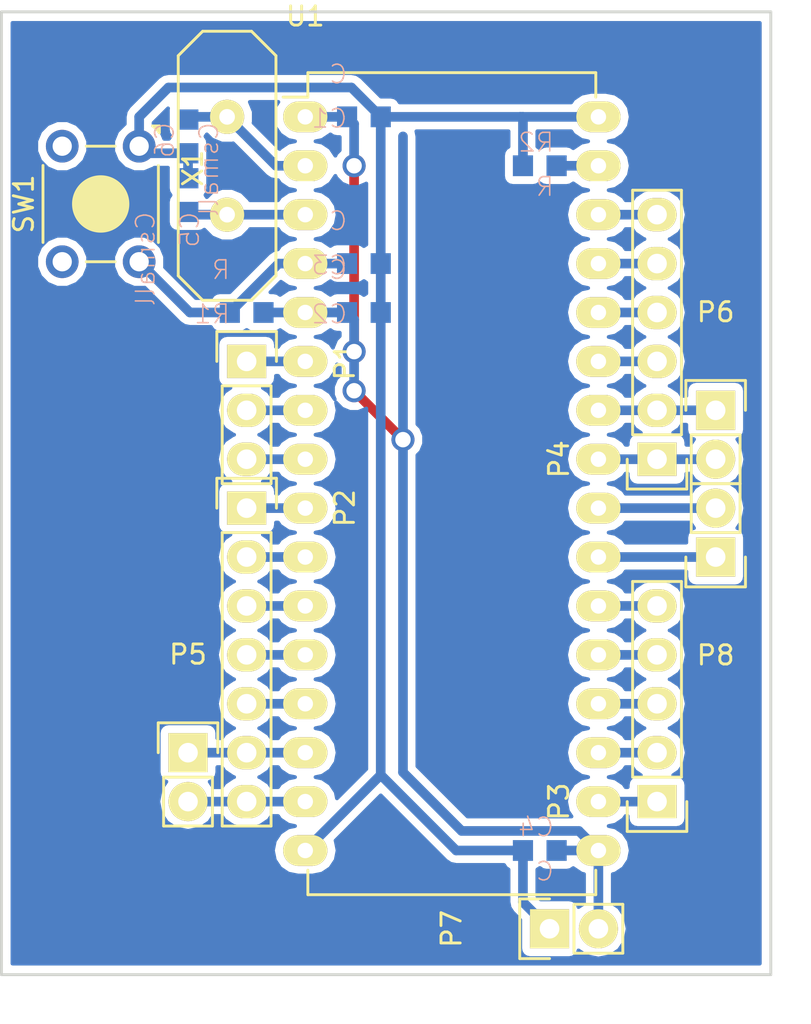
<source format=kicad_pcb>
(kicad_pcb (version 4) (host pcbnew 4.0.3-stable)

  (general
    (links 52)
    (no_connects 0)
    (area 129.924999 54.257 172.165334 107.649333)
    (thickness 1.6)
    (drawings 4)
    (tracks 80)
    (zones 0)
    (modules 19)
    (nets 30)
  )

  (page A4)
  (layers
    (0 F.Cu signal)
    (31 B.Cu signal)
    (32 B.Adhes user)
    (33 F.Adhes user)
    (34 B.Paste user)
    (35 F.Paste user)
    (36 B.SilkS user)
    (37 F.SilkS user)
    (38 B.Mask user)
    (39 F.Mask user)
    (40 Dwgs.User user)
    (41 Cmts.User user)
    (42 Eco1.User user)
    (43 Eco2.User user)
    (44 Edge.Cuts user)
    (45 Margin user)
    (46 B.CrtYd user)
    (47 F.CrtYd user)
    (48 B.Fab user)
    (49 F.Fab user)
  )

  (setup
    (last_trace_width 0.25)
    (user_trace_width 0.5)
    (user_trace_width 1)
    (trace_clearance 0.2)
    (zone_clearance 0.4)
    (zone_45_only no)
    (trace_min 0.2)
    (segment_width 0.2)
    (edge_width 0.15)
    (via_size 0.6)
    (via_drill 0.4)
    (via_min_size 0.4)
    (via_min_drill 0.3)
    (user_via 1.2 0.8)
    (uvia_size 0.3)
    (uvia_drill 0.1)
    (uvias_allowed no)
    (uvia_min_size 0.2)
    (uvia_min_drill 0.1)
    (pcb_text_width 0.3)
    (pcb_text_size 1.5 1.5)
    (mod_edge_width 0.15)
    (mod_text_size 1 1)
    (mod_text_width 0.15)
    (pad_size 1.524 1.524)
    (pad_drill 0.762)
    (pad_to_mask_clearance 0.2)
    (aux_axis_origin 0 0)
    (visible_elements 7FFFFFFF)
    (pcbplotparams
      (layerselection 0x01000_80000000)
      (usegerberextensions false)
      (excludeedgelayer true)
      (linewidth 0.100000)
      (plotframeref false)
      (viasonmask false)
      (mode 1)
      (useauxorigin false)
      (hpglpennumber 1)
      (hpglpenspeed 20)
      (hpglpendiameter 15)
      (hpglpenoverlay 2)
      (psnegative false)
      (psa4output false)
      (plotreference true)
      (plotvalue true)
      (plotinvisibletext false)
      (padsonsilk false)
      (subtractmaskfromsilk false)
      (outputformat 1)
      (mirror false)
      (drillshape 0)
      (scaleselection 1)
      (outputdirectory ""))
  )

  (net 0 "")
  (net 1 +3.3V)
  (net 2 GND)
  (net 3 "Net-(C3-Pad1)")
  (net 4 "Net-(C5-Pad1)")
  (net 5 "Net-(C6-Pad1)")
  (net 6 "Net-(R2-Pad1)")
  (net 7 /SWDIO)
  (net 8 /SWCLK)
  (net 9 /PIN6)
  (net 10 /PIN7)
  (net 11 /PIN8)
  (net 12 /PIN9)
  (net 13 /PIN10)
  (net 14 /PIN11)
  (net 15 /PIN12)
  (net 16 /PIN13)
  (net 17 /PIN14)
  (net 18 /PIN15)
  (net 19 /PIN18)
  (net 20 /PIN19)
  (net 21 /PIN20)
  (net 22 /PIN21)
  (net 23 /PIN22)
  (net 24 /PIN25)
  (net 25 /PIN26)
  (net 26 /PIN27)
  (net 27 /PIN28)
  (net 28 /PIN29)
  (net 29 /PIN30)

  (net_class Default "これは標準のネット クラスです。"
    (clearance 0.2)
    (trace_width 0.25)
    (via_dia 0.6)
    (via_drill 0.4)
    (uvia_dia 0.3)
    (uvia_drill 0.1)
    (add_net +3.3V)
    (add_net /PIN10)
    (add_net /PIN11)
    (add_net /PIN12)
    (add_net /PIN13)
    (add_net /PIN14)
    (add_net /PIN15)
    (add_net /PIN18)
    (add_net /PIN19)
    (add_net /PIN20)
    (add_net /PIN21)
    (add_net /PIN22)
    (add_net /PIN25)
    (add_net /PIN26)
    (add_net /PIN27)
    (add_net /PIN28)
    (add_net /PIN29)
    (add_net /PIN30)
    (add_net /PIN6)
    (add_net /PIN7)
    (add_net /PIN8)
    (add_net /PIN9)
    (add_net /SWCLK)
    (add_net /SWDIO)
    (add_net GND)
    (add_net "Net-(C3-Pad1)")
    (add_net "Net-(C5-Pad1)")
    (add_net "Net-(C6-Pad1)")
    (add_net "Net-(R2-Pad1)")
  )

  (module RP_KiCAD_Libs:C0603K (layer B.Cu) (tedit 0) (tstamp 57A3F74A)
    (at 148.844 60.452)
    (descr "<b>Ceramic Chip Capacitor KEMET 0603 reflow solder</b><p>\nMetric Code Size 1608")
    (path /57A4155C)
    (fp_text reference C1 (at -0.8 0.65) (layer B.SilkS)
      (effects (font (size 0.9652 0.9652) (thickness 0.08128)) (justify left bottom mirror))
    )
    (fp_text value C (at -0.8 -1.65) (layer B.SilkS)
      (effects (font (size 0.9652 0.9652) (thickness 0.08128)) (justify left bottom mirror))
    )
    (fp_line (start -0.725 0.35) (end 0.725 0.35) (layer Dwgs.User) (width 0.1016))
    (fp_line (start 0.725 -0.35) (end -0.725 -0.35) (layer Dwgs.User) (width 0.1016))
    (fp_poly (pts (xy -0.8 -0.4) (xy -0.45 -0.4) (xy -0.45 0.4) (xy -0.8 0.4)) (layer Dwgs.User) (width 0))
    (fp_poly (pts (xy 0.45 -0.4) (xy 0.8 -0.4) (xy 0.8 0.4) (xy 0.45 0.4)) (layer Dwgs.User) (width 0))
    (pad 1 smd rect (at -0.875 0) (size 1.05 1.08) (layers B.Cu B.Paste B.Mask)
      (net 1 +3.3V))
    (pad 2 smd rect (at 0.875 0) (size 1.05 1.08) (layers B.Cu B.Paste B.Mask)
      (net 2 GND))
    (model Resistors_SMD.3dshapes/R_0603.wrl
      (at (xyz 0 0 0))
      (scale (xyz 1 1 1))
      (rotate (xyz 0 0 0))
    )
  )

  (module RP_KiCAD_Libs:C0603K (layer B.Cu) (tedit 0) (tstamp 57A3F750)
    (at 148.844 70.612)
    (descr "<b>Ceramic Chip Capacitor KEMET 0603 reflow solder</b><p>\nMetric Code Size 1608")
    (path /57A414AA)
    (fp_text reference C2 (at -0.8 0.65) (layer B.SilkS)
      (effects (font (size 0.9652 0.9652) (thickness 0.08128)) (justify left bottom mirror))
    )
    (fp_text value C (at -0.8 -1.65) (layer B.SilkS)
      (effects (font (size 0.9652 0.9652) (thickness 0.08128)) (justify left bottom mirror))
    )
    (fp_line (start -0.725 0.35) (end 0.725 0.35) (layer Dwgs.User) (width 0.1016))
    (fp_line (start 0.725 -0.35) (end -0.725 -0.35) (layer Dwgs.User) (width 0.1016))
    (fp_poly (pts (xy -0.8 -0.4) (xy -0.45 -0.4) (xy -0.45 0.4) (xy -0.8 0.4)) (layer Dwgs.User) (width 0))
    (fp_poly (pts (xy 0.45 -0.4) (xy 0.8 -0.4) (xy 0.8 0.4) (xy 0.45 0.4)) (layer Dwgs.User) (width 0))
    (pad 1 smd rect (at -0.875 0) (size 1.05 1.08) (layers B.Cu B.Paste B.Mask)
      (net 1 +3.3V))
    (pad 2 smd rect (at 0.875 0) (size 1.05 1.08) (layers B.Cu B.Paste B.Mask)
      (net 2 GND))
    (model Resistors_SMD.3dshapes/R_0603.wrl
      (at (xyz 0 0 0))
      (scale (xyz 1 1 1))
      (rotate (xyz 0 0 0))
    )
  )

  (module RP_KiCAD_Libs:C0603K (layer B.Cu) (tedit 0) (tstamp 57A3F756)
    (at 148.844 68.072)
    (descr "<b>Ceramic Chip Capacitor KEMET 0603 reflow solder</b><p>\nMetric Code Size 1608")
    (path /57A41983)
    (fp_text reference C3 (at -0.8 0.65) (layer B.SilkS)
      (effects (font (size 0.9652 0.9652) (thickness 0.08128)) (justify left bottom mirror))
    )
    (fp_text value C (at -0.8 -1.65) (layer B.SilkS)
      (effects (font (size 0.9652 0.9652) (thickness 0.08128)) (justify left bottom mirror))
    )
    (fp_line (start -0.725 0.35) (end 0.725 0.35) (layer Dwgs.User) (width 0.1016))
    (fp_line (start 0.725 -0.35) (end -0.725 -0.35) (layer Dwgs.User) (width 0.1016))
    (fp_poly (pts (xy -0.8 -0.4) (xy -0.45 -0.4) (xy -0.45 0.4) (xy -0.8 0.4)) (layer Dwgs.User) (width 0))
    (fp_poly (pts (xy 0.45 -0.4) (xy 0.8 -0.4) (xy 0.8 0.4) (xy 0.45 0.4)) (layer Dwgs.User) (width 0))
    (pad 1 smd rect (at -0.875 0) (size 1.05 1.08) (layers B.Cu B.Paste B.Mask)
      (net 3 "Net-(C3-Pad1)"))
    (pad 2 smd rect (at 0.875 0) (size 1.05 1.08) (layers B.Cu B.Paste B.Mask)
      (net 2 GND))
    (model Resistors_SMD.3dshapes/R_0603.wrl
      (at (xyz 0 0 0))
      (scale (xyz 1 1 1))
      (rotate (xyz 0 0 0))
    )
  )

  (module RP_KiCAD_Libs:C0603K (layer B.Cu) (tedit 0) (tstamp 57A3F75C)
    (at 157.988 98.552 180)
    (descr "<b>Ceramic Chip Capacitor KEMET 0603 reflow solder</b><p>\nMetric Code Size 1608")
    (path /57A414FB)
    (fp_text reference C4 (at -0.8 0.65 180) (layer B.SilkS)
      (effects (font (size 0.9652 0.9652) (thickness 0.08128)) (justify left bottom mirror))
    )
    (fp_text value C (at -0.8 -1.65 180) (layer B.SilkS)
      (effects (font (size 0.9652 0.9652) (thickness 0.08128)) (justify left bottom mirror))
    )
    (fp_line (start -0.725 0.35) (end 0.725 0.35) (layer Dwgs.User) (width 0.1016))
    (fp_line (start 0.725 -0.35) (end -0.725 -0.35) (layer Dwgs.User) (width 0.1016))
    (fp_poly (pts (xy -0.8 -0.4) (xy -0.45 -0.4) (xy -0.45 0.4) (xy -0.8 0.4)) (layer Dwgs.User) (width 0))
    (fp_poly (pts (xy 0.45 -0.4) (xy 0.8 -0.4) (xy 0.8 0.4) (xy 0.45 0.4)) (layer Dwgs.User) (width 0))
    (pad 1 smd rect (at -0.875 0 180) (size 1.05 1.08) (layers B.Cu B.Paste B.Mask)
      (net 1 +3.3V))
    (pad 2 smd rect (at 0.875 0 180) (size 1.05 1.08) (layers B.Cu B.Paste B.Mask)
      (net 2 GND))
    (model Resistors_SMD.3dshapes/R_0603.wrl
      (at (xyz 0 0 0))
      (scale (xyz 1 1 1))
      (rotate (xyz 0 0 0))
    )
  )

  (module RP_KiCAD_Libs:C0603K (layer B.Cu) (tedit 0) (tstamp 57A3F762)
    (at 139.7 64.516 90)
    (descr "<b>Ceramic Chip Capacitor KEMET 0603 reflow solder</b><p>\nMetric Code Size 1608")
    (path /57A40ED8)
    (fp_text reference C5 (at -0.8 0.65 90) (layer B.SilkS)
      (effects (font (size 0.9652 0.9652) (thickness 0.08128)) (justify left bottom mirror))
    )
    (fp_text value Csmall (at -0.8 -1.65 90) (layer B.SilkS)
      (effects (font (size 0.9652 0.9652) (thickness 0.08128)) (justify left bottom mirror))
    )
    (fp_line (start -0.725 0.35) (end 0.725 0.35) (layer Dwgs.User) (width 0.1016))
    (fp_line (start 0.725 -0.35) (end -0.725 -0.35) (layer Dwgs.User) (width 0.1016))
    (fp_poly (pts (xy -0.8 -0.4) (xy -0.45 -0.4) (xy -0.45 0.4) (xy -0.8 0.4)) (layer Dwgs.User) (width 0))
    (fp_poly (pts (xy 0.45 -0.4) (xy 0.8 -0.4) (xy 0.8 0.4) (xy 0.45 0.4)) (layer Dwgs.User) (width 0))
    (pad 1 smd rect (at -0.875 0 90) (size 1.05 1.08) (layers B.Cu B.Paste B.Mask)
      (net 4 "Net-(C5-Pad1)"))
    (pad 2 smd rect (at 0.875 0 90) (size 1.05 1.08) (layers B.Cu B.Paste B.Mask)
      (net 2 GND))
    (model Resistors_SMD.3dshapes/R_0603.wrl
      (at (xyz 0 0 0))
      (scale (xyz 1 1 1))
      (rotate (xyz 0 0 0))
    )
  )

  (module RP_KiCAD_Libs:C0603K (layer B.Cu) (tedit 0) (tstamp 57A3F768)
    (at 139.7 61.468 270)
    (descr "<b>Ceramic Chip Capacitor KEMET 0603 reflow solder</b><p>\nMetric Code Size 1608")
    (path /57A40F28)
    (fp_text reference C6 (at -0.8 0.65 270) (layer B.SilkS)
      (effects (font (size 0.9652 0.9652) (thickness 0.08128)) (justify left bottom mirror))
    )
    (fp_text value Csmall (at -0.8 -1.65 270) (layer B.SilkS)
      (effects (font (size 0.9652 0.9652) (thickness 0.08128)) (justify left bottom mirror))
    )
    (fp_line (start -0.725 0.35) (end 0.725 0.35) (layer Dwgs.User) (width 0.1016))
    (fp_line (start 0.725 -0.35) (end -0.725 -0.35) (layer Dwgs.User) (width 0.1016))
    (fp_poly (pts (xy -0.8 -0.4) (xy -0.45 -0.4) (xy -0.45 0.4) (xy -0.8 0.4)) (layer Dwgs.User) (width 0))
    (fp_poly (pts (xy 0.45 -0.4) (xy 0.8 -0.4) (xy 0.8 0.4) (xy 0.45 0.4)) (layer Dwgs.User) (width 0))
    (pad 1 smd rect (at -0.875 0 270) (size 1.05 1.08) (layers B.Cu B.Paste B.Mask)
      (net 5 "Net-(C6-Pad1)"))
    (pad 2 smd rect (at 0.875 0 270) (size 1.05 1.08) (layers B.Cu B.Paste B.Mask)
      (net 2 GND))
    (model Resistors_SMD.3dshapes/R_0603.wrl
      (at (xyz 0 0 0))
      (scale (xyz 1 1 1))
      (rotate (xyz 0 0 0))
    )
  )

  (module RP_KiCAD_Libs:C0603K (layer B.Cu) (tedit 0) (tstamp 57A3F76E)
    (at 142.748 70.612)
    (descr "<b>Ceramic Chip Capacitor KEMET 0603 reflow solder</b><p>\nMetric Code Size 1608")
    (path /57A411F5)
    (fp_text reference R1 (at -0.8 0.65) (layer B.SilkS)
      (effects (font (size 0.9652 0.9652) (thickness 0.08128)) (justify left bottom mirror))
    )
    (fp_text value R (at -0.8 -1.65) (layer B.SilkS)
      (effects (font (size 0.9652 0.9652) (thickness 0.08128)) (justify left bottom mirror))
    )
    (fp_line (start -0.725 0.35) (end 0.725 0.35) (layer Dwgs.User) (width 0.1016))
    (fp_line (start 0.725 -0.35) (end -0.725 -0.35) (layer Dwgs.User) (width 0.1016))
    (fp_poly (pts (xy -0.8 -0.4) (xy -0.45 -0.4) (xy -0.45 0.4) (xy -0.8 0.4)) (layer Dwgs.User) (width 0))
    (fp_poly (pts (xy 0.45 -0.4) (xy 0.8 -0.4) (xy 0.8 0.4) (xy 0.45 0.4)) (layer Dwgs.User) (width 0))
    (pad 1 smd rect (at -0.875 0) (size 1.05 1.08) (layers B.Cu B.Paste B.Mask)
      (net 3 "Net-(C3-Pad1)"))
    (pad 2 smd rect (at 0.875 0) (size 1.05 1.08) (layers B.Cu B.Paste B.Mask)
      (net 1 +3.3V))
    (model Resistors_SMD.3dshapes/R_0603.wrl
      (at (xyz 0 0 0))
      (scale (xyz 1 1 1))
      (rotate (xyz 0 0 0))
    )
  )

  (module RP_KiCAD_Libs:C0603K (layer B.Cu) (tedit 0) (tstamp 57A3F774)
    (at 157.988 62.992 180)
    (descr "<b>Ceramic Chip Capacitor KEMET 0603 reflow solder</b><p>\nMetric Code Size 1608")
    (path /57A40FB8)
    (fp_text reference R2 (at -0.8 0.65 180) (layer B.SilkS)
      (effects (font (size 0.9652 0.9652) (thickness 0.08128)) (justify left bottom mirror))
    )
    (fp_text value R (at -0.8 -1.65 180) (layer B.SilkS)
      (effects (font (size 0.9652 0.9652) (thickness 0.08128)) (justify left bottom mirror))
    )
    (fp_line (start -0.725 0.35) (end 0.725 0.35) (layer Dwgs.User) (width 0.1016))
    (fp_line (start 0.725 -0.35) (end -0.725 -0.35) (layer Dwgs.User) (width 0.1016))
    (fp_poly (pts (xy -0.8 -0.4) (xy -0.45 -0.4) (xy -0.45 0.4) (xy -0.8 0.4)) (layer Dwgs.User) (width 0))
    (fp_poly (pts (xy 0.45 -0.4) (xy 0.8 -0.4) (xy 0.8 0.4) (xy 0.45 0.4)) (layer Dwgs.User) (width 0))
    (pad 1 smd rect (at -0.875 0 180) (size 1.05 1.08) (layers B.Cu B.Paste B.Mask)
      (net 6 "Net-(R2-Pad1)"))
    (pad 2 smd rect (at 0.875 0 180) (size 1.05 1.08) (layers B.Cu B.Paste B.Mask)
      (net 2 GND))
    (model Resistors_SMD.3dshapes/R_0603.wrl
      (at (xyz 0 0 0))
      (scale (xyz 1 1 1))
      (rotate (xyz 0 0 0))
    )
  )

  (module Buttons_Switches_ThroughHole:SW_TH_Tactile_Omron_B3F-10xx (layer F.Cu) (tedit 563F14D4) (tstamp 57A3F77C)
    (at 137.16 61.976 270)
    (descr SW_TH_Tactile_Omron_B3F-10xx)
    (tags "Omron B3F-10xx")
    (path /57A4129C)
    (fp_text reference SW1 (at 3 6 270) (layer F.SilkS)
      (effects (font (size 1 1) (thickness 0.15)))
    )
    (fp_text value SW_PUSH (at 2.95 -2.05 270) (layer F.Fab)
      (effects (font (size 1 1) (thickness 0.15)))
    )
    (fp_line (start -0.95 -1) (end -0.95 -0.9) (layer F.SilkS) (width 0.15))
    (fp_line (start -1.05 -1.05) (end -0.7 -1.05) (layer F.SilkS) (width 0.15))
    (fp_arc (start 0 0) (end -1.05 -0.7) (angle 22.61986495) (layer F.SilkS) (width 0.15))
    (fp_line (start -1.05 -1.05) (end -1.05 -0.7) (layer F.SilkS) (width 0.15))
    (fp_line (start 7.15 -1.15) (end 0.45 -1.15) (layer F.CrtYd) (width 0.05))
    (fp_line (start 7.15 5.15) (end 7.15 -1.15) (layer F.CrtYd) (width 0.05))
    (fp_line (start -1.15 5.15) (end 7.15 5.15) (layer F.CrtYd) (width 0.05))
    (fp_line (start -1.15 0) (end -1.15 5.15) (layer F.CrtYd) (width 0.05))
    (fp_line (start -1.15 -1.15) (end 0.45 -1.15) (layer F.CrtYd) (width 0.05))
    (fp_line (start -1.15 0) (end -1.15 -1.15) (layer F.CrtYd) (width 0.05))
    (fp_circle (center 3 2) (end 4 3) (layer F.SilkS) (width 0.15))
    (fp_line (start 1 5) (end 5 5) (layer F.SilkS) (width 0.15))
    (fp_line (start 1 -1) (end 5 -1) (layer F.SilkS) (width 0.15))
    (fp_line (start 0 2.75) (end 0 1.25) (layer F.SilkS) (width 0.15))
    (fp_line (start 6 1.25) (end 6 2.75) (layer F.SilkS) (width 0.15))
    (fp_line (start 0 2) (end 0 2) (layer F.SilkS) (width 0))
    (fp_line (start 5 5) (end 1 5) (layer F.SilkS) (width 0))
    (fp_line (start 5 -1) (end 1 -1) (layer F.SilkS) (width 0))
    (fp_line (start 6 2) (end 6 2) (layer F.SilkS) (width 0))
    (fp_circle (center 3 2) (end 4 3) (layer F.SilkS) (width 0))
    (pad 4 thru_hole circle (at 6 4 270) (size 1.7 1.7) (drill 1) (layers *.Cu *.Mask))
    (pad 3 thru_hole circle (at 0 4 270) (size 1.7 1.7) (drill 1) (layers *.Cu *.Mask))
    (pad 2 thru_hole circle (at 6 0 270) (size 1.7 1.7) (drill 1) (layers *.Cu *.Mask)
      (net 3 "Net-(C3-Pad1)"))
    (pad 1 thru_hole circle (at 0 0 270) (size 1.7 1.7) (drill 1) (layers *.Cu *.Mask)
      (net 2 GND))
    (model Buttons_Switches_ThroughHole.3dshapes/SW_PUSH.wrl
      (at (xyz 0.125 -0.08 0))
      (scale (xyz 0.5 0.5 0.5))
      (rotate (xyz 0 0 0))
    )
  )

  (module Housings_DIP:DIP-32_W15.24mm_LongPads (layer F.Cu) (tedit 54130A77) (tstamp 57A3F7A0)
    (at 145.796 60.452)
    (descr "32-lead dip package, row spacing 15.24 mm (600 mils), longer pads")
    (tags "dil dip 2.54 600")
    (path /57A40DE5)
    (fp_text reference U1 (at 0 -5.22) (layer F.SilkS)
      (effects (font (size 1 1) (thickness 0.15)))
    )
    (fp_text value STM32F303K8 (at 0 -3.72) (layer F.Fab)
      (effects (font (size 1 1) (thickness 0.15)))
    )
    (fp_line (start -1.4 -2.45) (end -1.4 40.55) (layer F.CrtYd) (width 0.05))
    (fp_line (start 16.65 -2.45) (end 16.65 40.55) (layer F.CrtYd) (width 0.05))
    (fp_line (start -1.4 -2.45) (end 16.65 -2.45) (layer F.CrtYd) (width 0.05))
    (fp_line (start -1.4 40.55) (end 16.65 40.55) (layer F.CrtYd) (width 0.05))
    (fp_line (start 0.135 -2.295) (end 0.135 -1.025) (layer F.SilkS) (width 0.15))
    (fp_line (start 15.105 -2.295) (end 15.105 -1.025) (layer F.SilkS) (width 0.15))
    (fp_line (start 15.105 40.395) (end 15.105 39.125) (layer F.SilkS) (width 0.15))
    (fp_line (start 0.135 40.395) (end 0.135 39.125) (layer F.SilkS) (width 0.15))
    (fp_line (start 0.135 -2.295) (end 15.105 -2.295) (layer F.SilkS) (width 0.15))
    (fp_line (start 0.135 40.395) (end 15.105 40.395) (layer F.SilkS) (width 0.15))
    (fp_line (start 0.135 -1.025) (end -1.15 -1.025) (layer F.SilkS) (width 0.15))
    (pad 1 thru_hole oval (at 0 0) (size 2.3 1.6) (drill 0.8) (layers *.Cu *.Mask F.SilkS)
      (net 1 +3.3V))
    (pad 2 thru_hole oval (at 0 2.54) (size 2.3 1.6) (drill 0.8) (layers *.Cu *.Mask F.SilkS)
      (net 5 "Net-(C6-Pad1)"))
    (pad 3 thru_hole oval (at 0 5.08) (size 2.3 1.6) (drill 0.8) (layers *.Cu *.Mask F.SilkS)
      (net 4 "Net-(C5-Pad1)"))
    (pad 4 thru_hole oval (at 0 7.62) (size 2.3 1.6) (drill 0.8) (layers *.Cu *.Mask F.SilkS)
      (net 3 "Net-(C3-Pad1)"))
    (pad 5 thru_hole oval (at 0 10.16) (size 2.3 1.6) (drill 0.8) (layers *.Cu *.Mask F.SilkS)
      (net 1 +3.3V))
    (pad 6 thru_hole oval (at 0 12.7) (size 2.3 1.6) (drill 0.8) (layers *.Cu *.Mask F.SilkS)
      (net 9 /PIN6))
    (pad 7 thru_hole oval (at 0 15.24) (size 2.3 1.6) (drill 0.8) (layers *.Cu *.Mask F.SilkS)
      (net 10 /PIN7))
    (pad 8 thru_hole oval (at 0 17.78) (size 2.3 1.6) (drill 0.8) (layers *.Cu *.Mask F.SilkS)
      (net 11 /PIN8))
    (pad 9 thru_hole oval (at 0 20.32) (size 2.3 1.6) (drill 0.8) (layers *.Cu *.Mask F.SilkS)
      (net 12 /PIN9))
    (pad 10 thru_hole oval (at 0 22.86) (size 2.3 1.6) (drill 0.8) (layers *.Cu *.Mask F.SilkS)
      (net 13 /PIN10))
    (pad 11 thru_hole oval (at 0 25.4) (size 2.3 1.6) (drill 0.8) (layers *.Cu *.Mask F.SilkS)
      (net 14 /PIN11))
    (pad 12 thru_hole oval (at 0 27.94) (size 2.3 1.6) (drill 0.8) (layers *.Cu *.Mask F.SilkS)
      (net 15 /PIN12))
    (pad 13 thru_hole oval (at 0 30.48) (size 2.3 1.6) (drill 0.8) (layers *.Cu *.Mask F.SilkS)
      (net 16 /PIN13))
    (pad 14 thru_hole oval (at 0 33.02) (size 2.3 1.6) (drill 0.8) (layers *.Cu *.Mask F.SilkS)
      (net 17 /PIN14))
    (pad 15 thru_hole oval (at 0 35.56) (size 2.3 1.6) (drill 0.8) (layers *.Cu *.Mask F.SilkS)
      (net 18 /PIN15))
    (pad 16 thru_hole oval (at 0 38.1) (size 2.3 1.6) (drill 0.8) (layers *.Cu *.Mask F.SilkS)
      (net 2 GND))
    (pad 17 thru_hole oval (at 15.24 38.1) (size 2.3 1.6) (drill 0.8) (layers *.Cu *.Mask F.SilkS)
      (net 1 +3.3V))
    (pad 18 thru_hole oval (at 15.24 35.56) (size 2.3 1.6) (drill 0.8) (layers *.Cu *.Mask F.SilkS)
      (net 19 /PIN18))
    (pad 19 thru_hole oval (at 15.24 33.02) (size 2.3 1.6) (drill 0.8) (layers *.Cu *.Mask F.SilkS)
      (net 20 /PIN19))
    (pad 20 thru_hole oval (at 15.24 30.48) (size 2.3 1.6) (drill 0.8) (layers *.Cu *.Mask F.SilkS)
      (net 21 /PIN20))
    (pad 21 thru_hole oval (at 15.24 27.94) (size 2.3 1.6) (drill 0.8) (layers *.Cu *.Mask F.SilkS)
      (net 22 /PIN21))
    (pad 22 thru_hole oval (at 15.24 25.4) (size 2.3 1.6) (drill 0.8) (layers *.Cu *.Mask F.SilkS)
      (net 23 /PIN22))
    (pad 23 thru_hole oval (at 15.24 22.86) (size 2.3 1.6) (drill 0.8) (layers *.Cu *.Mask F.SilkS)
      (net 7 /SWDIO))
    (pad 24 thru_hole oval (at 15.24 20.32) (size 2.3 1.6) (drill 0.8) (layers *.Cu *.Mask F.SilkS)
      (net 8 /SWCLK))
    (pad 25 thru_hole oval (at 15.24 17.78) (size 2.3 1.6) (drill 0.8) (layers *.Cu *.Mask F.SilkS)
      (net 24 /PIN25))
    (pad 26 thru_hole oval (at 15.24 15.24) (size 2.3 1.6) (drill 0.8) (layers *.Cu *.Mask F.SilkS)
      (net 25 /PIN26))
    (pad 27 thru_hole oval (at 15.24 12.7) (size 2.3 1.6) (drill 0.8) (layers *.Cu *.Mask F.SilkS)
      (net 26 /PIN27))
    (pad 28 thru_hole oval (at 15.24 10.16) (size 2.3 1.6) (drill 0.8) (layers *.Cu *.Mask F.SilkS)
      (net 27 /PIN28))
    (pad 29 thru_hole oval (at 15.24 7.62) (size 2.3 1.6) (drill 0.8) (layers *.Cu *.Mask F.SilkS)
      (net 28 /PIN29))
    (pad 30 thru_hole oval (at 15.24 5.08) (size 2.3 1.6) (drill 0.8) (layers *.Cu *.Mask F.SilkS)
      (net 29 /PIN30))
    (pad 31 thru_hole oval (at 15.24 2.54) (size 2.3 1.6) (drill 0.8) (layers *.Cu *.Mask F.SilkS)
      (net 6 "Net-(R2-Pad1)"))
    (pad 32 thru_hole oval (at 15.24 0) (size 2.3 1.6) (drill 0.8) (layers *.Cu *.Mask F.SilkS)
      (net 2 GND))
    (model Housings_DIP.3dshapes/DIP-32_W15.24mm_LongPads.wrl
      (at (xyz 0 0 0))
      (scale (xyz 1 1 1))
      (rotate (xyz 0 0 0))
    )
  )

  (module Crystals:HC-18UV (layer F.Cu) (tedit 0) (tstamp 57A3F7A6)
    (at 141.732 62.992 90)
    (descr "Quartz boitier HC-18U vertical")
    (tags "QUARTZ DEV")
    (path /57A40E9D)
    (fp_text reference X1 (at -0.127 -1.778 90) (layer F.SilkS)
      (effects (font (size 1 1) (thickness 0.15)))
    )
    (fp_text value CRYSTAL (at 0 1.651 90) (layer F.Fab)
      (effects (font (size 1 1) (thickness 0.15)))
    )
    (fp_line (start -6.985 -1.27) (end -5.715 -2.54) (layer F.SilkS) (width 0.15))
    (fp_line (start 5.715 -2.54) (end 6.985 -1.27) (layer F.SilkS) (width 0.15))
    (fp_line (start 6.985 1.27) (end 5.715 2.54) (layer F.SilkS) (width 0.15))
    (fp_line (start -6.985 1.27) (end -5.715 2.54) (layer F.SilkS) (width 0.15))
    (fp_line (start -5.715 -2.54) (end 5.715 -2.54) (layer F.SilkS) (width 0.15))
    (fp_line (start -6.985 -1.27) (end -6.985 1.27) (layer F.SilkS) (width 0.15))
    (fp_line (start -5.715 2.54) (end 5.715 2.54) (layer F.SilkS) (width 0.15))
    (fp_line (start 6.985 1.27) (end 6.985 -1.27) (layer F.SilkS) (width 0.15))
    (pad 1 thru_hole circle (at -2.54 0 90) (size 1.778 1.778) (drill 0.8128) (layers *.Cu *.Mask F.SilkS)
      (net 4 "Net-(C5-Pad1)"))
    (pad 2 thru_hole circle (at 2.54 0 90) (size 1.778 1.778) (drill 0.8128) (layers *.Cu *.Mask F.SilkS)
      (net 5 "Net-(C6-Pad1)"))
    (model Crystals.3dshapes/HC-18UV.wrl
      (at (xyz 0 0 0))
      (scale (xyz 1 1 1))
      (rotate (xyz 0 0 0))
    )
    (model Crystals.3dshapes/HC-18UV.wrl
      (at (xyz 0 0 0))
      (scale (xyz 1 1 1))
      (rotate (xyz 0 0 0))
    )
  )

  (module Socket_Strips:Socket_Strip_Straight_1x03 (layer F.Cu) (tedit 54E9F429) (tstamp 57A3FC42)
    (at 142.748 73.152 270)
    (descr "Through hole socket strip")
    (tags "socket strip")
    (path /57A42B98)
    (fp_text reference P1 (at 0 -5.1 270) (layer F.SilkS)
      (effects (font (size 1 1) (thickness 0.15)))
    )
    (fp_text value CONN_01X03 (at 0 -3.1 270) (layer F.Fab)
      (effects (font (size 1 1) (thickness 0.15)))
    )
    (fp_line (start 0 -1.55) (end -1.55 -1.55) (layer F.SilkS) (width 0.15))
    (fp_line (start -1.55 -1.55) (end -1.55 1.55) (layer F.SilkS) (width 0.15))
    (fp_line (start -1.55 1.55) (end 0 1.55) (layer F.SilkS) (width 0.15))
    (fp_line (start -1.75 -1.75) (end -1.75 1.75) (layer F.CrtYd) (width 0.05))
    (fp_line (start 6.85 -1.75) (end 6.85 1.75) (layer F.CrtYd) (width 0.05))
    (fp_line (start -1.75 -1.75) (end 6.85 -1.75) (layer F.CrtYd) (width 0.05))
    (fp_line (start -1.75 1.75) (end 6.85 1.75) (layer F.CrtYd) (width 0.05))
    (fp_line (start 1.27 -1.27) (end 6.35 -1.27) (layer F.SilkS) (width 0.15))
    (fp_line (start 6.35 -1.27) (end 6.35 1.27) (layer F.SilkS) (width 0.15))
    (fp_line (start 6.35 1.27) (end 1.27 1.27) (layer F.SilkS) (width 0.15))
    (fp_line (start 1.27 1.27) (end 1.27 -1.27) (layer F.SilkS) (width 0.15))
    (pad 1 thru_hole rect (at 0 0 270) (size 1.7272 2.032) (drill 1.016) (layers *.Cu *.Mask F.SilkS)
      (net 9 /PIN6))
    (pad 2 thru_hole oval (at 2.54 0 270) (size 1.7272 2.032) (drill 1.016) (layers *.Cu *.Mask F.SilkS)
      (net 10 /PIN7))
    (pad 3 thru_hole oval (at 5.08 0 270) (size 1.7272 2.032) (drill 1.016) (layers *.Cu *.Mask F.SilkS)
      (net 11 /PIN8))
    (model Socket_Strips.3dshapes/Socket_Strip_Straight_1x03.wrl
      (at (xyz 0.1 0 0))
      (scale (xyz 1 1 1))
      (rotate (xyz 0 0 180))
    )
  )

  (module Socket_Strips:Socket_Strip_Straight_1x07 (layer F.Cu) (tedit 0) (tstamp 57A3FC4D)
    (at 142.748 80.772 270)
    (descr "Through hole socket strip")
    (tags "socket strip")
    (path /57A431CF)
    (fp_text reference P2 (at 0 -5.1 270) (layer F.SilkS)
      (effects (font (size 1 1) (thickness 0.15)))
    )
    (fp_text value CONN_01X07 (at 0 -3.1 270) (layer F.Fab)
      (effects (font (size 1 1) (thickness 0.15)))
    )
    (fp_line (start -1.75 -1.75) (end -1.75 1.75) (layer F.CrtYd) (width 0.05))
    (fp_line (start 17 -1.75) (end 17 1.75) (layer F.CrtYd) (width 0.05))
    (fp_line (start -1.75 -1.75) (end 17 -1.75) (layer F.CrtYd) (width 0.05))
    (fp_line (start -1.75 1.75) (end 17 1.75) (layer F.CrtYd) (width 0.05))
    (fp_line (start 1.27 1.27) (end 16.51 1.27) (layer F.SilkS) (width 0.15))
    (fp_line (start 16.51 1.27) (end 16.51 -1.27) (layer F.SilkS) (width 0.15))
    (fp_line (start 16.51 -1.27) (end 1.27 -1.27) (layer F.SilkS) (width 0.15))
    (fp_line (start -1.55 1.55) (end 0 1.55) (layer F.SilkS) (width 0.15))
    (fp_line (start 1.27 1.27) (end 1.27 -1.27) (layer F.SilkS) (width 0.15))
    (fp_line (start 0 -1.55) (end -1.55 -1.55) (layer F.SilkS) (width 0.15))
    (fp_line (start -1.55 -1.55) (end -1.55 1.55) (layer F.SilkS) (width 0.15))
    (pad 1 thru_hole rect (at 0 0 270) (size 1.7272 2.032) (drill 1.016) (layers *.Cu *.Mask F.SilkS)
      (net 12 /PIN9))
    (pad 2 thru_hole oval (at 2.54 0 270) (size 1.7272 2.032) (drill 1.016) (layers *.Cu *.Mask F.SilkS)
      (net 13 /PIN10))
    (pad 3 thru_hole oval (at 5.08 0 270) (size 1.7272 2.032) (drill 1.016) (layers *.Cu *.Mask F.SilkS)
      (net 14 /PIN11))
    (pad 4 thru_hole oval (at 7.62 0 270) (size 1.7272 2.032) (drill 1.016) (layers *.Cu *.Mask F.SilkS)
      (net 15 /PIN12))
    (pad 5 thru_hole oval (at 10.16 0 270) (size 1.7272 2.032) (drill 1.016) (layers *.Cu *.Mask F.SilkS)
      (net 16 /PIN13))
    (pad 6 thru_hole oval (at 12.7 0 270) (size 1.7272 2.032) (drill 1.016) (layers *.Cu *.Mask F.SilkS)
      (net 17 /PIN14))
    (pad 7 thru_hole oval (at 15.24 0 270) (size 1.7272 2.032) (drill 1.016) (layers *.Cu *.Mask F.SilkS)
      (net 18 /PIN15))
    (model Socket_Strips.3dshapes/Socket_Strip_Straight_1x07.wrl
      (at (xyz 0.3 0 0))
      (scale (xyz 1 1 1))
      (rotate (xyz 0 0 180))
    )
  )

  (module Socket_Strips:Socket_Strip_Straight_1x05 (layer F.Cu) (tedit 0) (tstamp 57A3FC56)
    (at 164.084 96.012 90)
    (descr "Through hole socket strip")
    (tags "socket strip")
    (path /57A43437)
    (fp_text reference P3 (at 0 -5.1 90) (layer F.SilkS)
      (effects (font (size 1 1) (thickness 0.15)))
    )
    (fp_text value CONN_01X05 (at 0 -3.1 90) (layer F.Fab)
      (effects (font (size 1 1) (thickness 0.15)))
    )
    (fp_line (start -1.75 -1.75) (end -1.75 1.75) (layer F.CrtYd) (width 0.05))
    (fp_line (start 11.95 -1.75) (end 11.95 1.75) (layer F.CrtYd) (width 0.05))
    (fp_line (start -1.75 -1.75) (end 11.95 -1.75) (layer F.CrtYd) (width 0.05))
    (fp_line (start -1.75 1.75) (end 11.95 1.75) (layer F.CrtYd) (width 0.05))
    (fp_line (start 1.27 1.27) (end 11.43 1.27) (layer F.SilkS) (width 0.15))
    (fp_line (start 11.43 1.27) (end 11.43 -1.27) (layer F.SilkS) (width 0.15))
    (fp_line (start 11.43 -1.27) (end 1.27 -1.27) (layer F.SilkS) (width 0.15))
    (fp_line (start -1.55 1.55) (end 0 1.55) (layer F.SilkS) (width 0.15))
    (fp_line (start 1.27 1.27) (end 1.27 -1.27) (layer F.SilkS) (width 0.15))
    (fp_line (start 0 -1.55) (end -1.55 -1.55) (layer F.SilkS) (width 0.15))
    (fp_line (start -1.55 -1.55) (end -1.55 1.55) (layer F.SilkS) (width 0.15))
    (pad 1 thru_hole rect (at 0 0 90) (size 1.7272 2.032) (drill 1.016) (layers *.Cu *.Mask F.SilkS)
      (net 19 /PIN18))
    (pad 2 thru_hole oval (at 2.54 0 90) (size 1.7272 2.032) (drill 1.016) (layers *.Cu *.Mask F.SilkS)
      (net 20 /PIN19))
    (pad 3 thru_hole oval (at 5.08 0 90) (size 1.7272 2.032) (drill 1.016) (layers *.Cu *.Mask F.SilkS)
      (net 21 /PIN20))
    (pad 4 thru_hole oval (at 7.62 0 90) (size 1.7272 2.032) (drill 1.016) (layers *.Cu *.Mask F.SilkS)
      (net 22 /PIN21))
    (pad 5 thru_hole oval (at 10.16 0 90) (size 1.7272 2.032) (drill 1.016) (layers *.Cu *.Mask F.SilkS)
      (net 23 /PIN22))
    (model Socket_Strips.3dshapes/Socket_Strip_Straight_1x05.wrl
      (at (xyz 0.2 0 0))
      (scale (xyz 1 1 1))
      (rotate (xyz 0 0 180))
    )
  )

  (module Socket_Strips:Socket_Strip_Straight_1x06 (layer F.Cu) (tedit 0) (tstamp 57A3FC60)
    (at 164.084 78.232 90)
    (descr "Through hole socket strip")
    (tags "socket strip")
    (path /57A43963)
    (fp_text reference P4 (at 0 -5.1 90) (layer F.SilkS)
      (effects (font (size 1 1) (thickness 0.15)))
    )
    (fp_text value CONN_01X06 (at 0 -3.1 90) (layer F.Fab)
      (effects (font (size 1 1) (thickness 0.15)))
    )
    (fp_line (start -1.75 -1.75) (end -1.75 1.75) (layer F.CrtYd) (width 0.05))
    (fp_line (start 14.45 -1.75) (end 14.45 1.75) (layer F.CrtYd) (width 0.05))
    (fp_line (start -1.75 -1.75) (end 14.45 -1.75) (layer F.CrtYd) (width 0.05))
    (fp_line (start -1.75 1.75) (end 14.45 1.75) (layer F.CrtYd) (width 0.05))
    (fp_line (start 1.27 1.27) (end 13.97 1.27) (layer F.SilkS) (width 0.15))
    (fp_line (start 13.97 1.27) (end 13.97 -1.27) (layer F.SilkS) (width 0.15))
    (fp_line (start 13.97 -1.27) (end 1.27 -1.27) (layer F.SilkS) (width 0.15))
    (fp_line (start -1.55 1.55) (end 0 1.55) (layer F.SilkS) (width 0.15))
    (fp_line (start 1.27 1.27) (end 1.27 -1.27) (layer F.SilkS) (width 0.15))
    (fp_line (start 0 -1.55) (end -1.55 -1.55) (layer F.SilkS) (width 0.15))
    (fp_line (start -1.55 -1.55) (end -1.55 1.55) (layer F.SilkS) (width 0.15))
    (pad 1 thru_hole rect (at 0 0 90) (size 1.7272 2.032) (drill 1.016) (layers *.Cu *.Mask F.SilkS)
      (net 24 /PIN25))
    (pad 2 thru_hole oval (at 2.54 0 90) (size 1.7272 2.032) (drill 1.016) (layers *.Cu *.Mask F.SilkS)
      (net 25 /PIN26))
    (pad 3 thru_hole oval (at 5.08 0 90) (size 1.7272 2.032) (drill 1.016) (layers *.Cu *.Mask F.SilkS)
      (net 26 /PIN27))
    (pad 4 thru_hole oval (at 7.62 0 90) (size 1.7272 2.032) (drill 1.016) (layers *.Cu *.Mask F.SilkS)
      (net 27 /PIN28))
    (pad 5 thru_hole oval (at 10.16 0 90) (size 1.7272 2.032) (drill 1.016) (layers *.Cu *.Mask F.SilkS)
      (net 28 /PIN29))
    (pad 6 thru_hole oval (at 12.7 0 90) (size 1.7272 2.032) (drill 1.016) (layers *.Cu *.Mask F.SilkS)
      (net 29 /PIN30))
    (model Socket_Strips.3dshapes/Socket_Strip_Straight_1x06.wrl
      (at (xyz 0.25 0 0))
      (scale (xyz 1 1 1))
      (rotate (xyz 0 0 180))
    )
  )

  (module Pin_Headers:Pin_Header_Straight_1x02 (layer F.Cu) (tedit 54EA090C) (tstamp 57A3FE25)
    (at 139.7 93.472)
    (descr "Through hole pin header")
    (tags "pin header")
    (path /57A46321)
    (fp_text reference P5 (at 0 -5.1) (layer F.SilkS)
      (effects (font (size 1 1) (thickness 0.15)))
    )
    (fp_text value CONN_01X02 (at 0 -3.1) (layer F.Fab)
      (effects (font (size 1 1) (thickness 0.15)))
    )
    (fp_line (start 1.27 1.27) (end 1.27 3.81) (layer F.SilkS) (width 0.15))
    (fp_line (start 1.55 -1.55) (end 1.55 0) (layer F.SilkS) (width 0.15))
    (fp_line (start -1.75 -1.75) (end -1.75 4.3) (layer F.CrtYd) (width 0.05))
    (fp_line (start 1.75 -1.75) (end 1.75 4.3) (layer F.CrtYd) (width 0.05))
    (fp_line (start -1.75 -1.75) (end 1.75 -1.75) (layer F.CrtYd) (width 0.05))
    (fp_line (start -1.75 4.3) (end 1.75 4.3) (layer F.CrtYd) (width 0.05))
    (fp_line (start 1.27 1.27) (end -1.27 1.27) (layer F.SilkS) (width 0.15))
    (fp_line (start -1.55 0) (end -1.55 -1.55) (layer F.SilkS) (width 0.15))
    (fp_line (start -1.55 -1.55) (end 1.55 -1.55) (layer F.SilkS) (width 0.15))
    (fp_line (start -1.27 1.27) (end -1.27 3.81) (layer F.SilkS) (width 0.15))
    (fp_line (start -1.27 3.81) (end 1.27 3.81) (layer F.SilkS) (width 0.15))
    (pad 1 thru_hole rect (at 0 0) (size 2.032 2.032) (drill 1.016) (layers *.Cu *.Mask F.SilkS)
      (net 17 /PIN14))
    (pad 2 thru_hole oval (at 0 2.54) (size 2.032 2.032) (drill 1.016) (layers *.Cu *.Mask F.SilkS)
      (net 18 /PIN15))
    (model Pin_Headers.3dshapes/Pin_Header_Straight_1x02.wrl
      (at (xyz 0 -0.05 0))
      (scale (xyz 1 1 1))
      (rotate (xyz 0 0 90))
    )
  )

  (module Pin_Headers:Pin_Header_Straight_1x02 (layer F.Cu) (tedit 54EA090C) (tstamp 57A3FE2B)
    (at 167.132 75.692)
    (descr "Through hole pin header")
    (tags "pin header")
    (path /57A46B42)
    (fp_text reference P6 (at 0 -5.1) (layer F.SilkS)
      (effects (font (size 1 1) (thickness 0.15)))
    )
    (fp_text value CONN_01X02 (at 0 -3.1) (layer F.Fab)
      (effects (font (size 1 1) (thickness 0.15)))
    )
    (fp_line (start 1.27 1.27) (end 1.27 3.81) (layer F.SilkS) (width 0.15))
    (fp_line (start 1.55 -1.55) (end 1.55 0) (layer F.SilkS) (width 0.15))
    (fp_line (start -1.75 -1.75) (end -1.75 4.3) (layer F.CrtYd) (width 0.05))
    (fp_line (start 1.75 -1.75) (end 1.75 4.3) (layer F.CrtYd) (width 0.05))
    (fp_line (start -1.75 -1.75) (end 1.75 -1.75) (layer F.CrtYd) (width 0.05))
    (fp_line (start -1.75 4.3) (end 1.75 4.3) (layer F.CrtYd) (width 0.05))
    (fp_line (start 1.27 1.27) (end -1.27 1.27) (layer F.SilkS) (width 0.15))
    (fp_line (start -1.55 0) (end -1.55 -1.55) (layer F.SilkS) (width 0.15))
    (fp_line (start -1.55 -1.55) (end 1.55 -1.55) (layer F.SilkS) (width 0.15))
    (fp_line (start -1.27 1.27) (end -1.27 3.81) (layer F.SilkS) (width 0.15))
    (fp_line (start -1.27 3.81) (end 1.27 3.81) (layer F.SilkS) (width 0.15))
    (pad 1 thru_hole rect (at 0 0) (size 2.032 2.032) (drill 1.016) (layers *.Cu *.Mask F.SilkS)
      (net 25 /PIN26))
    (pad 2 thru_hole oval (at 0 2.54) (size 2.032 2.032) (drill 1.016) (layers *.Cu *.Mask F.SilkS)
      (net 24 /PIN25))
    (model Pin_Headers.3dshapes/Pin_Header_Straight_1x02.wrl
      (at (xyz 0 -0.05 0))
      (scale (xyz 1 1 1))
      (rotate (xyz 0 0 90))
    )
  )

  (module Pin_Headers:Pin_Header_Straight_1x02 (layer F.Cu) (tedit 54EA090C) (tstamp 57A3FE31)
    (at 158.496 102.616 90)
    (descr "Through hole pin header")
    (tags "pin header")
    (path /57A484A6)
    (fp_text reference P7 (at 0 -5.1 90) (layer F.SilkS)
      (effects (font (size 1 1) (thickness 0.15)))
    )
    (fp_text value CONN_01X02 (at 0 -3.1 90) (layer F.Fab)
      (effects (font (size 1 1) (thickness 0.15)))
    )
    (fp_line (start 1.27 1.27) (end 1.27 3.81) (layer F.SilkS) (width 0.15))
    (fp_line (start 1.55 -1.55) (end 1.55 0) (layer F.SilkS) (width 0.15))
    (fp_line (start -1.75 -1.75) (end -1.75 4.3) (layer F.CrtYd) (width 0.05))
    (fp_line (start 1.75 -1.75) (end 1.75 4.3) (layer F.CrtYd) (width 0.05))
    (fp_line (start -1.75 -1.75) (end 1.75 -1.75) (layer F.CrtYd) (width 0.05))
    (fp_line (start -1.75 4.3) (end 1.75 4.3) (layer F.CrtYd) (width 0.05))
    (fp_line (start 1.27 1.27) (end -1.27 1.27) (layer F.SilkS) (width 0.15))
    (fp_line (start -1.55 0) (end -1.55 -1.55) (layer F.SilkS) (width 0.15))
    (fp_line (start -1.55 -1.55) (end 1.55 -1.55) (layer F.SilkS) (width 0.15))
    (fp_line (start -1.27 1.27) (end -1.27 3.81) (layer F.SilkS) (width 0.15))
    (fp_line (start -1.27 3.81) (end 1.27 3.81) (layer F.SilkS) (width 0.15))
    (pad 1 thru_hole rect (at 0 0 90) (size 2.032 2.032) (drill 1.016) (layers *.Cu *.Mask F.SilkS)
      (net 2 GND))
    (pad 2 thru_hole oval (at 0 2.54 90) (size 2.032 2.032) (drill 1.016) (layers *.Cu *.Mask F.SilkS)
      (net 1 +3.3V))
    (model Pin_Headers.3dshapes/Pin_Header_Straight_1x02.wrl
      (at (xyz 0 -0.05 0))
      (scale (xyz 1 1 1))
      (rotate (xyz 0 0 90))
    )
  )

  (module Pin_Headers:Pin_Header_Straight_1x02 (layer F.Cu) (tedit 54EA090C) (tstamp 57A3FED1)
    (at 167.132 83.312 180)
    (descr "Through hole pin header")
    (tags "pin header")
    (path /57A48963)
    (fp_text reference P8 (at 0 -5.1 180) (layer F.SilkS)
      (effects (font (size 1 1) (thickness 0.15)))
    )
    (fp_text value CONN_01X02 (at 0 -3.1 180) (layer F.Fab)
      (effects (font (size 1 1) (thickness 0.15)))
    )
    (fp_line (start 1.27 1.27) (end 1.27 3.81) (layer F.SilkS) (width 0.15))
    (fp_line (start 1.55 -1.55) (end 1.55 0) (layer F.SilkS) (width 0.15))
    (fp_line (start -1.75 -1.75) (end -1.75 4.3) (layer F.CrtYd) (width 0.05))
    (fp_line (start 1.75 -1.75) (end 1.75 4.3) (layer F.CrtYd) (width 0.05))
    (fp_line (start -1.75 -1.75) (end 1.75 -1.75) (layer F.CrtYd) (width 0.05))
    (fp_line (start -1.75 4.3) (end 1.75 4.3) (layer F.CrtYd) (width 0.05))
    (fp_line (start 1.27 1.27) (end -1.27 1.27) (layer F.SilkS) (width 0.15))
    (fp_line (start -1.55 0) (end -1.55 -1.55) (layer F.SilkS) (width 0.15))
    (fp_line (start -1.55 -1.55) (end 1.55 -1.55) (layer F.SilkS) (width 0.15))
    (fp_line (start -1.27 1.27) (end -1.27 3.81) (layer F.SilkS) (width 0.15))
    (fp_line (start -1.27 3.81) (end 1.27 3.81) (layer F.SilkS) (width 0.15))
    (pad 1 thru_hole rect (at 0 0 180) (size 2.032 2.032) (drill 1.016) (layers *.Cu *.Mask F.SilkS)
      (net 7 /SWDIO))
    (pad 2 thru_hole oval (at 0 2.54 180) (size 2.032 2.032) (drill 1.016) (layers *.Cu *.Mask F.SilkS)
      (net 8 /SWCLK))
    (model Pin_Headers.3dshapes/Pin_Header_Straight_1x02.wrl
      (at (xyz 0 -0.05 0))
      (scale (xyz 1 1 1))
      (rotate (xyz 0 0 90))
    )
  )

  (gr_line (start 130 55) (end 170 55) (angle 90) (layer Edge.Cuts) (width 0.15))
  (gr_line (start 130 105) (end 130 55) (angle 90) (layer Edge.Cuts) (width 0.15))
  (gr_line (start 170 105) (end 130 105) (angle 90) (layer Edge.Cuts) (width 0.15))
  (gr_line (start 170 55) (end 170 105) (angle 90) (layer Edge.Cuts) (width 0.15))

  (segment (start 161.036 98.552) (end 161.036 102.616) (width 0.5) (layer B.Cu) (net 1))
  (segment (start 148.336 72.644) (end 148.336 74.676) (width 0.5) (layer B.Cu) (net 1))
  (via (at 150.876 77.216) (size 1.2) (drill 0.8) (layers F.Cu B.Cu) (net 1))
  (segment (start 148.336 74.676) (end 150.876 77.216) (width 0.5) (layer F.Cu) (net 1) (tstamp 57A3FB31))
  (via (at 148.336 74.676) (size 1.2) (drill 0.8) (layers F.Cu B.Cu) (net 1))
  (segment (start 148.336 62.992) (end 148.336 60.819) (width 0.5) (layer B.Cu) (net 1))
  (segment (start 148.336 60.819) (end 147.969 60.452) (width 0.5) (layer B.Cu) (net 1) (tstamp 57A3FB2A))
  (segment (start 148.336 72.644) (end 148.336 70.979) (width 0.5) (layer B.Cu) (net 1))
  (segment (start 148.336 70.979) (end 147.969 70.612) (width 0.5) (layer B.Cu) (net 1) (tstamp 57A3FB26))
  (via (at 148.336 72.644) (size 1.2) (drill 0.8) (layers F.Cu B.Cu) (net 1))
  (segment (start 148.336 62.992) (end 148.336 72.644) (width 0.5) (layer F.Cu) (net 1) (tstamp 57A3FB16))
  (via (at 148.336 62.992) (size 1.2) (drill 0.8) (layers F.Cu B.Cu) (net 1))
  (segment (start 161.036 98.552) (end 160.02 97.536) (width 0.5) (layer B.Cu) (net 1))
  (segment (start 160.02 97.536) (end 153.924 97.536) (width 0.5) (layer B.Cu) (net 1) (tstamp 57A3F9AE))
  (segment (start 153.924 97.536) (end 150.876 94.488) (width 0.5) (layer B.Cu) (net 1) (tstamp 57A3F9AF))
  (segment (start 150.876 94.488) (end 150.876 77.216) (width 0.5) (layer B.Cu) (net 1) (tstamp 57A3F9B1))
  (segment (start 150.876 77.216) (end 150.876 61.468) (width 0.5) (layer B.Cu) (net 1) (tstamp 57A3FB38))
  (segment (start 158.863 98.552) (end 161.036 98.552) (width 0.5) (layer B.Cu) (net 1))
  (segment (start 145.796 60.452) (end 147.969 60.452) (width 0.5) (layer B.Cu) (net 1))
  (segment (start 143.623 70.612) (end 145.796 70.612) (width 0.5) (layer B.Cu) (net 1))
  (segment (start 145.796 70.612) (end 147.969 70.612) (width 0.5) (layer B.Cu) (net 1))
  (segment (start 158.496 102.616) (end 157.113 101.233) (width 0.5) (layer B.Cu) (net 2))
  (segment (start 157.113 101.233) (end 157.113 98.552) (width 0.5) (layer B.Cu) (net 2) (tstamp 57A3FE4D))
  (segment (start 137.16 61.976) (end 137.16 60.452) (width 0.5) (layer B.Cu) (net 2))
  (segment (start 148.195 58.928) (end 149.719 60.452) (width 0.5) (layer B.Cu) (net 2) (tstamp 57A3FB40))
  (segment (start 138.684 58.928) (end 148.195 58.928) (width 0.5) (layer B.Cu) (net 2) (tstamp 57A3FB3E))
  (segment (start 137.16 60.452) (end 138.684 58.928) (width 0.5) (layer B.Cu) (net 2) (tstamp 57A3FB3B))
  (segment (start 137.16 61.976) (end 137.527 62.343) (width 0.5) (layer B.Cu) (net 2))
  (segment (start 137.527 62.343) (end 139.7 62.343) (width 0.5) (layer B.Cu) (net 2) (tstamp 57A3F99E))
  (segment (start 139.7 63.641) (end 139.7 62.343) (width 0.5) (layer B.Cu) (net 2))
  (segment (start 157.113 98.552) (end 153.642 98.552) (width 0.5) (layer B.Cu) (net 2))
  (segment (start 153.642 98.552) (end 149.719 94.629) (width 0.5) (layer B.Cu) (net 2) (tstamp 57A3F985))
  (segment (start 149.719 70.612) (end 149.719 94.629) (width 0.5) (layer B.Cu) (net 2))
  (segment (start 149.719 94.629) (end 145.796 98.552) (width 0.5) (layer B.Cu) (net 2) (tstamp 57A3F981))
  (segment (start 157.113 62.992) (end 157.113 60.452) (width 0.5) (layer B.Cu) (net 2))
  (segment (start 157.113 60.452) (end 156.972 60.452) (width 0.5) (layer B.Cu) (net 2) (tstamp 57A3F97C))
  (segment (start 149.719 68.072) (end 149.719 70.612) (width 0.5) (layer B.Cu) (net 2))
  (segment (start 149.719 60.452) (end 149.719 68.072) (width 0.5) (layer B.Cu) (net 2))
  (segment (start 161.036 60.452) (end 156.972 60.452) (width 0.5) (layer B.Cu) (net 2))
  (segment (start 156.972 60.452) (end 149.719 60.452) (width 0.5) (layer B.Cu) (net 2) (tstamp 57A3F97F))
  (segment (start 145.796 68.072) (end 144.413 68.072) (width 0.5) (layer B.Cu) (net 3))
  (segment (start 144.413 68.072) (end 141.873 70.612) (width 0.5) (layer B.Cu) (net 3) (tstamp 57A3F9A5))
  (segment (start 137.16 67.976) (end 139.796 70.612) (width 0.5) (layer B.Cu) (net 3))
  (segment (start 139.796 70.612) (end 141.873 70.612) (width 0.5) (layer B.Cu) (net 3) (tstamp 57A3F9A1))
  (segment (start 147.969 68.072) (end 145.796 68.072) (width 0.5) (layer B.Cu) (net 3))
  (segment (start 139.7 65.391) (end 139.841 65.532) (width 0.5) (layer B.Cu) (net 4))
  (segment (start 139.841 65.532) (end 141.732 65.532) (width 0.5) (layer B.Cu) (net 4) (tstamp 57A3F999))
  (segment (start 141.732 65.532) (end 145.796 65.532) (width 0.5) (layer B.Cu) (net 4))
  (segment (start 139.7 60.593) (end 139.841 60.452) (width 0.5) (layer B.Cu) (net 5))
  (segment (start 139.841 60.452) (end 141.732 60.452) (width 0.5) (layer B.Cu) (net 5) (tstamp 57A3F996))
  (segment (start 145.796 62.992) (end 144.272 62.992) (width 0.5) (layer B.Cu) (net 5))
  (segment (start 144.272 62.992) (end 141.732 60.452) (width 0.5) (layer B.Cu) (net 5) (tstamp 57A3F993))
  (segment (start 161.036 62.992) (end 158.863 62.992) (width 0.5) (layer B.Cu) (net 6))
  (segment (start 167.132 83.312) (end 161.036 83.312) (width 0.5) (layer B.Cu) (net 7))
  (segment (start 161.036 80.772) (end 167.132 80.772) (width 0.5) (layer B.Cu) (net 8))
  (segment (start 142.748 73.152) (end 145.796 73.152) (width 0.5) (layer B.Cu) (net 9))
  (segment (start 142.748 75.692) (end 145.796 75.692) (width 0.5) (layer B.Cu) (net 10))
  (segment (start 142.748 78.232) (end 145.796 78.232) (width 0.5) (layer B.Cu) (net 11))
  (segment (start 142.748 80.772) (end 145.796 80.772) (width 0.5) (layer B.Cu) (net 12))
  (segment (start 142.748 83.312) (end 145.796 83.312) (width 0.5) (layer B.Cu) (net 13))
  (segment (start 142.748 85.852) (end 145.796 85.852) (width 0.5) (layer B.Cu) (net 14))
  (segment (start 142.748 88.392) (end 145.796 88.392) (width 0.5) (layer B.Cu) (net 15))
  (segment (start 142.748 90.932) (end 145.796 90.932) (width 0.5) (layer B.Cu) (net 16))
  (segment (start 142.748 93.472) (end 145.796 93.472) (width 0.5) (layer B.Cu) (net 17))
  (segment (start 139.7 93.472) (end 142.748 93.472) (width 0.5) (layer B.Cu) (net 17))
  (segment (start 142.748 96.012) (end 145.796 96.012) (width 0.5) (layer B.Cu) (net 18))
  (segment (start 139.7 96.012) (end 142.748 96.012) (width 0.5) (layer B.Cu) (net 18))
  (segment (start 161.036 96.012) (end 164.084 96.012) (width 0.5) (layer B.Cu) (net 19))
  (segment (start 161.036 93.472) (end 164.084 93.472) (width 0.5) (layer B.Cu) (net 20))
  (segment (start 161.036 90.932) (end 164.084 90.932) (width 0.5) (layer B.Cu) (net 21))
  (segment (start 161.036 88.392) (end 164.084 88.392) (width 0.5) (layer B.Cu) (net 22))
  (segment (start 161.036 85.852) (end 164.084 85.852) (width 0.5) (layer B.Cu) (net 23))
  (segment (start 167.132 78.232) (end 164.084 78.232) (width 0.5) (layer B.Cu) (net 24))
  (segment (start 161.036 78.232) (end 164.084 78.232) (width 0.5) (layer B.Cu) (net 24))
  (segment (start 164.084 75.692) (end 167.132 75.692) (width 0.5) (layer B.Cu) (net 25))
  (segment (start 161.036 75.692) (end 164.084 75.692) (width 0.5) (layer B.Cu) (net 25))
  (segment (start 161.036 73.152) (end 164.084 73.152) (width 0.5) (layer B.Cu) (net 26))
  (segment (start 164.084 70.612) (end 161.036 70.612) (width 0.5) (layer B.Cu) (net 27))
  (segment (start 161.036 68.072) (end 164.084 68.072) (width 0.5) (layer B.Cu) (net 28))
  (segment (start 164.084 65.532) (end 161.036 65.532) (width 0.5) (layer B.Cu) (net 29))

  (zone (net 0) (net_name "") (layer B.Cu) (tstamp 57A3FE82) (hatch edge 0.508)
    (connect_pads yes (clearance 0.4))
    (min_thickness 0.2)
    (fill yes (arc_segments 16) (thermal_gap 0.508) (thermal_bridge_width 0.508))
    (polygon
      (pts
        (xy 170 105) (xy 130 105) (xy 130 55) (xy 170 55)
      )
    )
    (filled_polygon
      (pts
        (xy 169.425 104.425) (xy 130.575 104.425) (xy 130.575 68.243353) (xy 131.809766 68.243353) (xy 132.014858 68.739715)
        (xy 132.394288 69.119807) (xy 132.89029 69.325765) (xy 133.427353 69.326234) (xy 133.923715 69.121142) (xy 134.303807 68.741712)
        (xy 134.509765 68.24571) (xy 134.510234 67.708647) (xy 134.305142 67.212285) (xy 133.925712 66.832193) (xy 133.42971 66.626235)
        (xy 132.892647 66.625766) (xy 132.396285 66.830858) (xy 132.016193 67.210288) (xy 131.810235 67.70629) (xy 131.809766 68.243353)
        (xy 130.575 68.243353) (xy 130.575 62.243353) (xy 131.809766 62.243353) (xy 132.014858 62.739715) (xy 132.394288 63.119807)
        (xy 132.89029 63.325765) (xy 133.427353 63.326234) (xy 133.923715 63.121142) (xy 134.303807 62.741712) (xy 134.509765 62.24571)
        (xy 134.509767 62.243353) (xy 135.809766 62.243353) (xy 136.014858 62.739715) (xy 136.394288 63.119807) (xy 136.89029 63.325765)
        (xy 137.427353 63.326234) (xy 137.923715 63.121142) (xy 137.951906 63.093) (xy 138.654863 63.093) (xy 138.650205 63.116)
        (xy 138.650205 64.166) (xy 138.685069 64.351289) (xy 138.792483 64.518214) (xy 138.69037 64.667661) (xy 138.650205 64.866)
        (xy 138.650205 65.916) (xy 138.685069 66.101289) (xy 138.794575 66.271465) (xy 138.961661 66.38563) (xy 139.16 66.425795)
        (xy 140.24 66.425795) (xy 140.425289 66.390931) (xy 140.550668 66.310252) (xy 140.553777 66.317777) (xy 140.944167 66.70885)
        (xy 141.454499 66.920758) (xy 142.007077 66.92124) (xy 142.517777 66.710223) (xy 142.90885 66.319833) (xy 142.92456 66.282)
        (xy 144.381355 66.282) (xy 144.494436 66.451239) (xy 144.916187 66.733043) (xy 145.262856 66.802) (xy 144.916187 66.870957)
        (xy 144.494436 67.152761) (xy 144.376504 67.329259) (xy 144.125987 67.37909) (xy 143.88267 67.54167) (xy 141.862135 69.562205)
        (xy 141.348 69.562205) (xy 141.162711 69.597069) (xy 140.992535 69.706575) (xy 140.886338 69.862) (xy 140.10666 69.862)
        (xy 138.504074 68.259414) (xy 138.509765 68.24571) (xy 138.510234 67.708647) (xy 138.305142 67.212285) (xy 137.925712 66.832193)
        (xy 137.42971 66.626235) (xy 136.892647 66.625766) (xy 136.396285 66.830858) (xy 136.016193 67.210288) (xy 135.810235 67.70629)
        (xy 135.809766 68.243353) (xy 136.014858 68.739715) (xy 136.394288 69.119807) (xy 136.89029 69.325765) (xy 137.427353 69.326234)
        (xy 137.443077 69.319737) (xy 139.26567 71.14233) (xy 139.508987 71.30491) (xy 139.796 71.362) (xy 140.88897 71.362)
        (xy 140.982575 71.507465) (xy 141.149661 71.62163) (xy 141.348 71.661795) (xy 142.398 71.661795) (xy 142.583289 71.626931)
        (xy 142.750214 71.519517) (xy 142.899661 71.62163) (xy 143.098 71.661795) (xy 144.148 71.661795) (xy 144.333289 71.626931)
        (xy 144.490696 71.525642) (xy 144.494436 71.531239) (xy 144.916187 71.813043) (xy 145.262856 71.882) (xy 144.916187 71.950957)
        (xy 144.494436 72.232761) (xy 144.381355 72.402) (xy 144.273795 72.402) (xy 144.273795 72.2884) (xy 144.238931 72.103111)
        (xy 144.129425 71.932935) (xy 143.962339 71.81877) (xy 143.764 71.778605) (xy 141.732 71.778605) (xy 141.546711 71.813469)
        (xy 141.376535 71.922975) (xy 141.26237 72.090061) (xy 141.222205 72.2884) (xy 141.222205 74.0156) (xy 141.257069 74.200889)
        (xy 141.366575 74.371065) (xy 141.533661 74.48523) (xy 141.732 74.525395) (xy 141.904594 74.525395) (xy 141.601689 74.727789)
        (xy 141.306098 75.170173) (xy 141.2023 75.692) (xy 141.306098 76.213827) (xy 141.601689 76.656211) (xy 142.044073 76.951802)
        (xy 142.095342 76.962) (xy 142.044073 76.972198) (xy 141.601689 77.267789) (xy 141.306098 77.710173) (xy 141.2023 78.232)
        (xy 141.306098 78.753827) (xy 141.601689 79.196211) (xy 141.904594 79.398605) (xy 141.732 79.398605) (xy 141.546711 79.433469)
        (xy 141.376535 79.542975) (xy 141.26237 79.710061) (xy 141.222205 79.9084) (xy 141.222205 81.6356) (xy 141.257069 81.820889)
        (xy 141.366575 81.991065) (xy 141.533661 82.10523) (xy 141.732 82.145395) (xy 141.904594 82.145395) (xy 141.601689 82.347789)
        (xy 141.306098 82.790173) (xy 141.2023 83.312) (xy 141.306098 83.833827) (xy 141.601689 84.276211) (xy 142.044073 84.571802)
        (xy 142.095342 84.582) (xy 142.044073 84.592198) (xy 141.601689 84.887789) (xy 141.306098 85.330173) (xy 141.2023 85.852)
        (xy 141.306098 86.373827) (xy 141.601689 86.816211) (xy 142.044073 87.111802) (xy 142.095342 87.122) (xy 142.044073 87.132198)
        (xy 141.601689 87.427789) (xy 141.306098 87.870173) (xy 141.2023 88.392) (xy 141.306098 88.913827) (xy 141.601689 89.356211)
        (xy 142.044073 89.651802) (xy 142.095342 89.662) (xy 142.044073 89.672198) (xy 141.601689 89.967789) (xy 141.306098 90.410173)
        (xy 141.2023 90.932) (xy 141.306098 91.453827) (xy 141.601689 91.896211) (xy 142.044073 92.191802) (xy 142.095342 92.202)
        (xy 142.044073 92.212198) (xy 141.601689 92.507789) (xy 141.458558 92.722) (xy 141.225795 92.722) (xy 141.225795 92.456)
        (xy 141.190931 92.270711) (xy 141.081425 92.100535) (xy 140.914339 91.98637) (xy 140.716 91.946205) (xy 138.684 91.946205)
        (xy 138.498711 91.981069) (xy 138.328535 92.090575) (xy 138.21437 92.257661) (xy 138.174205 92.456) (xy 138.174205 94.488)
        (xy 138.209069 94.673289) (xy 138.318575 94.843465) (xy 138.485661 94.95763) (xy 138.574537 94.975628) (xy 138.269699 95.431852)
        (xy 138.1543 96.012) (xy 138.269699 96.592148) (xy 138.598326 97.083974) (xy 139.090152 97.412601) (xy 139.6703 97.528)
        (xy 139.7297 97.528) (xy 140.309848 97.412601) (xy 140.801674 97.083974) (xy 141.01681 96.762) (xy 141.458558 96.762)
        (xy 141.601689 96.976211) (xy 142.044073 97.271802) (xy 142.5659 97.3756) (xy 142.9301 97.3756) (xy 143.451927 97.271802)
        (xy 143.894311 96.976211) (xy 144.037442 96.762) (xy 144.381355 96.762) (xy 144.494436 96.931239) (xy 144.916187 97.213043)
        (xy 145.262856 97.282) (xy 144.916187 97.350957) (xy 144.494436 97.632761) (xy 144.212632 98.054512) (xy 144.113675 98.552)
        (xy 144.212632 99.049488) (xy 144.494436 99.471239) (xy 144.916187 99.753043) (xy 145.413675 99.852) (xy 146.178325 99.852)
        (xy 146.675813 99.753043) (xy 147.097564 99.471239) (xy 147.379368 99.049488) (xy 147.478325 98.552) (xy 147.379368 98.054512)
        (xy 147.369266 98.039394) (xy 149.719 95.68966) (xy 153.11167 99.08233) (xy 153.354987 99.24491) (xy 153.642 99.302)
        (xy 156.12897 99.302) (xy 156.222575 99.447465) (xy 156.363 99.543413) (xy 156.363 101.233) (xy 156.42009 101.520013)
        (xy 156.58267 101.76333) (xy 156.970205 102.150865) (xy 156.970205 103.632) (xy 157.005069 103.817289) (xy 157.114575 103.987465)
        (xy 157.281661 104.10163) (xy 157.48 104.141795) (xy 159.512 104.141795) (xy 159.697289 104.106931) (xy 159.867465 103.997425)
        (xy 159.98163 103.830339) (xy 159.999628 103.741463) (xy 160.455852 104.046301) (xy 161.036 104.1617) (xy 161.616148 104.046301)
        (xy 162.107974 103.717674) (xy 162.436601 103.225848) (xy 162.552 102.6457) (xy 162.552 102.5863) (xy 162.436601 102.006152)
        (xy 162.107974 101.514326) (xy 161.786 101.29919) (xy 161.786 99.778865) (xy 161.915813 99.753043) (xy 162.337564 99.471239)
        (xy 162.619368 99.049488) (xy 162.718325 98.552) (xy 162.619368 98.054512) (xy 162.337564 97.632761) (xy 161.915813 97.350957)
        (xy 161.569144 97.282) (xy 161.915813 97.213043) (xy 162.337564 96.931239) (xy 162.450645 96.762) (xy 162.558205 96.762)
        (xy 162.558205 96.8756) (xy 162.593069 97.060889) (xy 162.702575 97.231065) (xy 162.869661 97.34523) (xy 163.068 97.385395)
        (xy 165.1 97.385395) (xy 165.285289 97.350531) (xy 165.455465 97.241025) (xy 165.56963 97.073939) (xy 165.609795 96.8756)
        (xy 165.609795 95.1484) (xy 165.574931 94.963111) (xy 165.465425 94.792935) (xy 165.298339 94.67877) (xy 165.1 94.638605)
        (xy 164.927406 94.638605) (xy 165.230311 94.436211) (xy 165.525902 93.993827) (xy 165.6297 93.472) (xy 165.525902 92.950173)
        (xy 165.230311 92.507789) (xy 164.787927 92.212198) (xy 164.736658 92.202) (xy 164.787927 92.191802) (xy 165.230311 91.896211)
        (xy 165.525902 91.453827) (xy 165.6297 90.932) (xy 165.525902 90.410173) (xy 165.230311 89.967789) (xy 164.787927 89.672198)
        (xy 164.736658 89.662) (xy 164.787927 89.651802) (xy 165.230311 89.356211) (xy 165.525902 88.913827) (xy 165.6297 88.392)
        (xy 165.525902 87.870173) (xy 165.230311 87.427789) (xy 164.787927 87.132198) (xy 164.736658 87.122) (xy 164.787927 87.111802)
        (xy 165.230311 86.816211) (xy 165.525902 86.373827) (xy 165.6297 85.852) (xy 165.525902 85.330173) (xy 165.230311 84.887789)
        (xy 164.787927 84.592198) (xy 164.2661 84.4884) (xy 163.9019 84.4884) (xy 163.380073 84.592198) (xy 162.937689 84.887789)
        (xy 162.794558 85.102) (xy 162.450645 85.102) (xy 162.337564 84.932761) (xy 161.915813 84.650957) (xy 161.569144 84.582)
        (xy 161.915813 84.513043) (xy 162.337564 84.231239) (xy 162.450645 84.062) (xy 165.606205 84.062) (xy 165.606205 84.328)
        (xy 165.641069 84.513289) (xy 165.750575 84.683465) (xy 165.917661 84.79763) (xy 166.116 84.837795) (xy 168.148 84.837795)
        (xy 168.333289 84.802931) (xy 168.503465 84.693425) (xy 168.61763 84.526339) (xy 168.657795 84.328) (xy 168.657795 82.296)
        (xy 168.622931 82.110711) (xy 168.513425 81.940535) (xy 168.346339 81.82637) (xy 168.257463 81.808372) (xy 168.562301 81.352148)
        (xy 168.6777 80.772) (xy 168.562301 80.191852) (xy 168.233674 79.700026) (xy 167.937307 79.502) (xy 168.233674 79.303974)
        (xy 168.562301 78.812148) (xy 168.6777 78.232) (xy 168.562301 77.651852) (xy 168.258395 77.197023) (xy 168.333289 77.182931)
        (xy 168.503465 77.073425) (xy 168.61763 76.906339) (xy 168.657795 76.708) (xy 168.657795 74.676) (xy 168.622931 74.490711)
        (xy 168.513425 74.320535) (xy 168.346339 74.20637) (xy 168.148 74.166205) (xy 166.116 74.166205) (xy 165.930711 74.201069)
        (xy 165.760535 74.310575) (xy 165.64637 74.477661) (xy 165.606205 74.676) (xy 165.606205 74.942) (xy 165.373442 74.942)
        (xy 165.230311 74.727789) (xy 164.787927 74.432198) (xy 164.736658 74.422) (xy 164.787927 74.411802) (xy 165.230311 74.116211)
        (xy 165.525902 73.673827) (xy 165.6297 73.152) (xy 165.525902 72.630173) (xy 165.230311 72.187789) (xy 164.787927 71.892198)
        (xy 164.736658 71.882) (xy 164.787927 71.871802) (xy 165.230311 71.576211) (xy 165.525902 71.133827) (xy 165.6297 70.612)
        (xy 165.525902 70.090173) (xy 165.230311 69.647789) (xy 164.787927 69.352198) (xy 164.736658 69.342) (xy 164.787927 69.331802)
        (xy 165.230311 69.036211) (xy 165.525902 68.593827) (xy 165.6297 68.072) (xy 165.525902 67.550173) (xy 165.230311 67.107789)
        (xy 164.787927 66.812198) (xy 164.736658 66.802) (xy 164.787927 66.791802) (xy 165.230311 66.496211) (xy 165.525902 66.053827)
        (xy 165.6297 65.532) (xy 165.525902 65.010173) (xy 165.230311 64.567789) (xy 164.787927 64.272198) (xy 164.2661 64.1684)
        (xy 163.9019 64.1684) (xy 163.380073 64.272198) (xy 162.937689 64.567789) (xy 162.794558 64.782) (xy 162.450645 64.782)
        (xy 162.337564 64.612761) (xy 161.915813 64.330957) (xy 161.569144 64.262) (xy 161.915813 64.193043) (xy 162.337564 63.911239)
        (xy 162.619368 63.489488) (xy 162.718325 62.992) (xy 162.619368 62.494512) (xy 162.337564 62.072761) (xy 161.915813 61.790957)
        (xy 161.569144 61.722) (xy 161.915813 61.653043) (xy 162.337564 61.371239) (xy 162.619368 60.949488) (xy 162.718325 60.452)
        (xy 162.619368 59.954512) (xy 162.337564 59.532761) (xy 161.915813 59.250957) (xy 161.418325 59.152) (xy 160.653675 59.152)
        (xy 160.156187 59.250957) (xy 159.734436 59.532761) (xy 159.621355 59.702) (xy 150.70303 59.702) (xy 150.609425 59.556535)
        (xy 150.442339 59.44237) (xy 150.244 59.402205) (xy 149.729865 59.402205) (xy 148.72533 58.39767) (xy 148.482013 58.23509)
        (xy 148.195 58.178) (xy 138.684 58.178) (xy 138.396987 58.23509) (xy 138.15367 58.39767) (xy 136.62967 59.92167)
        (xy 136.46709 60.164987) (xy 136.41 60.452) (xy 136.41 60.825191) (xy 136.396285 60.830858) (xy 136.016193 61.210288)
        (xy 135.810235 61.70629) (xy 135.809766 62.243353) (xy 134.509767 62.243353) (xy 134.510234 61.708647) (xy 134.305142 61.212285)
        (xy 133.925712 60.832193) (xy 133.42971 60.626235) (xy 132.892647 60.625766) (xy 132.396285 60.830858) (xy 132.016193 61.210288)
        (xy 131.810235 61.70629) (xy 131.809766 62.243353) (xy 130.575 62.243353) (xy 130.575 55.575) (xy 169.425 55.575)
      )
    )
    (filled_polygon
      (pts
        (xy 158.139661 99.56163) (xy 158.338 99.601795) (xy 159.388 99.601795) (xy 159.573289 99.566931) (xy 159.730696 99.465642)
        (xy 159.734436 99.471239) (xy 160.156187 99.753043) (xy 160.286 99.778865) (xy 160.286 101.29919) (xy 160.001023 101.489605)
        (xy 159.986931 101.414711) (xy 159.877425 101.244535) (xy 159.710339 101.13037) (xy 159.512 101.090205) (xy 158.030865 101.090205)
        (xy 157.863 100.92234) (xy 157.863 99.541377) (xy 157.990214 99.459517)
      )
    )
    (filled_polygon
      (pts
        (xy 156.363 62.002623) (xy 156.232535 62.086575) (xy 156.11837 62.253661) (xy 156.078205 62.452) (xy 156.078205 63.532)
        (xy 156.113069 63.717289) (xy 156.222575 63.887465) (xy 156.389661 64.00163) (xy 156.588 64.041795) (xy 157.638 64.041795)
        (xy 157.823289 64.006931) (xy 157.990214 63.899517) (xy 158.139661 64.00163) (xy 158.338 64.041795) (xy 159.388 64.041795)
        (xy 159.573289 64.006931) (xy 159.730696 63.905642) (xy 159.734436 63.911239) (xy 160.156187 64.193043) (xy 160.502856 64.262)
        (xy 160.156187 64.330957) (xy 159.734436 64.612761) (xy 159.452632 65.034512) (xy 159.353675 65.532) (xy 159.452632 66.029488)
        (xy 159.734436 66.451239) (xy 160.156187 66.733043) (xy 160.502856 66.802) (xy 160.156187 66.870957) (xy 159.734436 67.152761)
        (xy 159.452632 67.574512) (xy 159.353675 68.072) (xy 159.452632 68.569488) (xy 159.734436 68.991239) (xy 160.156187 69.273043)
        (xy 160.502856 69.342) (xy 160.156187 69.410957) (xy 159.734436 69.692761) (xy 159.452632 70.114512) (xy 159.353675 70.612)
        (xy 159.452632 71.109488) (xy 159.734436 71.531239) (xy 160.156187 71.813043) (xy 160.502856 71.882) (xy 160.156187 71.950957)
        (xy 159.734436 72.232761) (xy 159.452632 72.654512) (xy 159.353675 73.152) (xy 159.452632 73.649488) (xy 159.734436 74.071239)
        (xy 160.156187 74.353043) (xy 160.502856 74.422) (xy 160.156187 74.490957) (xy 159.734436 74.772761) (xy 159.452632 75.194512)
        (xy 159.353675 75.692) (xy 159.452632 76.189488) (xy 159.734436 76.611239) (xy 160.156187 76.893043) (xy 160.502856 76.962)
        (xy 160.156187 77.030957) (xy 159.734436 77.312761) (xy 159.452632 77.734512) (xy 159.353675 78.232) (xy 159.452632 78.729488)
        (xy 159.734436 79.151239) (xy 160.156187 79.433043) (xy 160.502856 79.502) (xy 160.156187 79.570957) (xy 159.734436 79.852761)
        (xy 159.452632 80.274512) (xy 159.353675 80.772) (xy 159.452632 81.269488) (xy 159.734436 81.691239) (xy 160.156187 81.973043)
        (xy 160.502856 82.042) (xy 160.156187 82.110957) (xy 159.734436 82.392761) (xy 159.452632 82.814512) (xy 159.353675 83.312)
        (xy 159.452632 83.809488) (xy 159.734436 84.231239) (xy 160.156187 84.513043) (xy 160.502856 84.582) (xy 160.156187 84.650957)
        (xy 159.734436 84.932761) (xy 159.452632 85.354512) (xy 159.353675 85.852) (xy 159.452632 86.349488) (xy 159.734436 86.771239)
        (xy 160.156187 87.053043) (xy 160.502856 87.122) (xy 160.156187 87.190957) (xy 159.734436 87.472761) (xy 159.452632 87.894512)
        (xy 159.353675 88.392) (xy 159.452632 88.889488) (xy 159.734436 89.311239) (xy 160.156187 89.593043) (xy 160.502856 89.662)
        (xy 160.156187 89.730957) (xy 159.734436 90.012761) (xy 159.452632 90.434512) (xy 159.353675 90.932) (xy 159.452632 91.429488)
        (xy 159.734436 91.851239) (xy 160.156187 92.133043) (xy 160.502856 92.202) (xy 160.156187 92.270957) (xy 159.734436 92.552761)
        (xy 159.452632 92.974512) (xy 159.353675 93.472) (xy 159.452632 93.969488) (xy 159.734436 94.391239) (xy 160.156187 94.673043)
        (xy 160.502856 94.742) (xy 160.156187 94.810957) (xy 159.734436 95.092761) (xy 159.452632 95.514512) (xy 159.353675 96.012)
        (xy 159.452632 96.509488) (xy 159.637391 96.786) (xy 154.23466 96.786) (xy 151.626 94.17734) (xy 151.626 78.021587)
        (xy 151.807991 77.839913) (xy 151.975808 77.435763) (xy 151.97619 76.998156) (xy 151.809078 76.593714) (xy 151.626 76.410316)
        (xy 151.626 61.468) (xy 151.57309 61.202) (xy 156.363 61.202)
      )
    )
    (filled_polygon
      (pts
        (xy 147.402922 75.298286) (xy 147.712087 75.607991) (xy 148.116237 75.775808) (xy 148.553844 75.77619) (xy 148.958286 75.609078)
        (xy 148.969 75.598383) (xy 148.969 94.31834) (xy 147.444647 95.842693) (xy 147.379368 95.514512) (xy 147.097564 95.092761)
        (xy 146.675813 94.810957) (xy 146.329144 94.742) (xy 146.675813 94.673043) (xy 147.097564 94.391239) (xy 147.379368 93.969488)
        (xy 147.478325 93.472) (xy 147.379368 92.974512) (xy 147.097564 92.552761) (xy 146.675813 92.270957) (xy 146.329144 92.202)
        (xy 146.675813 92.133043) (xy 147.097564 91.851239) (xy 147.379368 91.429488) (xy 147.478325 90.932) (xy 147.379368 90.434512)
        (xy 147.097564 90.012761) (xy 146.675813 89.730957) (xy 146.329144 89.662) (xy 146.675813 89.593043) (xy 147.097564 89.311239)
        (xy 147.379368 88.889488) (xy 147.478325 88.392) (xy 147.379368 87.894512) (xy 147.097564 87.472761) (xy 146.675813 87.190957)
        (xy 146.329144 87.122) (xy 146.675813 87.053043) (xy 147.097564 86.771239) (xy 147.379368 86.349488) (xy 147.478325 85.852)
        (xy 147.379368 85.354512) (xy 147.097564 84.932761) (xy 146.675813 84.650957) (xy 146.329144 84.582) (xy 146.675813 84.513043)
        (xy 147.097564 84.231239) (xy 147.379368 83.809488) (xy 147.478325 83.312) (xy 147.379368 82.814512) (xy 147.097564 82.392761)
        (xy 146.675813 82.110957) (xy 146.329144 82.042) (xy 146.675813 81.973043) (xy 147.097564 81.691239) (xy 147.379368 81.269488)
        (xy 147.478325 80.772) (xy 147.379368 80.274512) (xy 147.097564 79.852761) (xy 146.675813 79.570957) (xy 146.329144 79.502)
        (xy 146.675813 79.433043) (xy 147.097564 79.151239) (xy 147.379368 78.729488) (xy 147.478325 78.232) (xy 147.379368 77.734512)
        (xy 147.097564 77.312761) (xy 146.675813 77.030957) (xy 146.329144 76.962) (xy 146.675813 76.893043) (xy 147.097564 76.611239)
        (xy 147.379368 76.189488) (xy 147.478325 75.692) (xy 147.397307 75.284696)
      )
    )
    (filled_polygon
      (pts
        (xy 144.494436 94.391239) (xy 144.916187 94.673043) (xy 145.262856 94.742) (xy 144.916187 94.810957) (xy 144.494436 95.092761)
        (xy 144.381355 95.262) (xy 144.037442 95.262) (xy 143.894311 95.047789) (xy 143.451927 94.752198) (xy 143.400658 94.742)
        (xy 143.451927 94.731802) (xy 143.894311 94.436211) (xy 144.037442 94.222) (xy 144.381355 94.222)
      )
    )
    (filled_polygon
      (pts
        (xy 162.937689 94.436211) (xy 163.240594 94.638605) (xy 163.068 94.638605) (xy 162.882711 94.673469) (xy 162.712535 94.782975)
        (xy 162.59837 94.950061) (xy 162.558205 95.1484) (xy 162.558205 95.262) (xy 162.450645 95.262) (xy 162.337564 95.092761)
        (xy 161.915813 94.810957) (xy 161.569144 94.742) (xy 161.915813 94.673043) (xy 162.337564 94.391239) (xy 162.450645 94.222)
        (xy 162.794558 94.222)
      )
    )
    (filled_polygon
      (pts
        (xy 141.601689 94.436211) (xy 142.044073 94.731802) (xy 142.095342 94.742) (xy 142.044073 94.752198) (xy 141.601689 95.047789)
        (xy 141.458558 95.262) (xy 141.01681 95.262) (xy 140.826395 94.977023) (xy 140.901289 94.962931) (xy 141.071465 94.853425)
        (xy 141.18563 94.686339) (xy 141.225795 94.488) (xy 141.225795 94.222) (xy 141.458558 94.222)
      )
    )
    (filled_polygon
      (pts
        (xy 144.494436 91.851239) (xy 144.916187 92.133043) (xy 145.262856 92.202) (xy 144.916187 92.270957) (xy 144.494436 92.552761)
        (xy 144.381355 92.722) (xy 144.037442 92.722) (xy 143.894311 92.507789) (xy 143.451927 92.212198) (xy 143.400658 92.202)
        (xy 143.451927 92.191802) (xy 143.894311 91.896211) (xy 144.037442 91.682) (xy 144.381355 91.682)
      )
    )
    (filled_polygon
      (pts
        (xy 162.937689 91.896211) (xy 163.380073 92.191802) (xy 163.431342 92.202) (xy 163.380073 92.212198) (xy 162.937689 92.507789)
        (xy 162.794558 92.722) (xy 162.450645 92.722) (xy 162.337564 92.552761) (xy 161.915813 92.270957) (xy 161.569144 92.202)
        (xy 161.915813 92.133043) (xy 162.337564 91.851239) (xy 162.450645 91.682) (xy 162.794558 91.682)
      )
    )
    (filled_polygon
      (pts
        (xy 144.494436 89.311239) (xy 144.916187 89.593043) (xy 145.262856 89.662) (xy 144.916187 89.730957) (xy 144.494436 90.012761)
        (xy 144.381355 90.182) (xy 144.037442 90.182) (xy 143.894311 89.967789) (xy 143.451927 89.672198) (xy 143.400658 89.662)
        (xy 143.451927 89.651802) (xy 143.894311 89.356211) (xy 144.037442 89.142) (xy 144.381355 89.142)
      )
    )
    (filled_polygon
      (pts
        (xy 162.937689 89.356211) (xy 163.380073 89.651802) (xy 163.431342 89.662) (xy 163.380073 89.672198) (xy 162.937689 89.967789)
        (xy 162.794558 90.182) (xy 162.450645 90.182) (xy 162.337564 90.012761) (xy 161.915813 89.730957) (xy 161.569144 89.662)
        (xy 161.915813 89.593043) (xy 162.337564 89.311239) (xy 162.450645 89.142) (xy 162.794558 89.142)
      )
    )
    (filled_polygon
      (pts
        (xy 144.494436 86.771239) (xy 144.916187 87.053043) (xy 145.262856 87.122) (xy 144.916187 87.190957) (xy 144.494436 87.472761)
        (xy 144.381355 87.642) (xy 144.037442 87.642) (xy 143.894311 87.427789) (xy 143.451927 87.132198) (xy 143.400658 87.122)
        (xy 143.451927 87.111802) (xy 143.894311 86.816211) (xy 144.037442 86.602) (xy 144.381355 86.602)
      )
    )
    (filled_polygon
      (pts
        (xy 162.937689 86.816211) (xy 163.380073 87.111802) (xy 163.431342 87.122) (xy 163.380073 87.132198) (xy 162.937689 87.427789)
        (xy 162.794558 87.642) (xy 162.450645 87.642) (xy 162.337564 87.472761) (xy 161.915813 87.190957) (xy 161.569144 87.122)
        (xy 161.915813 87.053043) (xy 162.337564 86.771239) (xy 162.450645 86.602) (xy 162.794558 86.602)
      )
    )
    (filled_polygon
      (pts
        (xy 144.494436 84.231239) (xy 144.916187 84.513043) (xy 145.262856 84.582) (xy 144.916187 84.650957) (xy 144.494436 84.932761)
        (xy 144.381355 85.102) (xy 144.037442 85.102) (xy 143.894311 84.887789) (xy 143.451927 84.592198) (xy 143.400658 84.582)
        (xy 143.451927 84.571802) (xy 143.894311 84.276211) (xy 144.037442 84.062) (xy 144.381355 84.062)
      )
    )
    (filled_polygon
      (pts
        (xy 166.005605 81.806977) (xy 165.930711 81.821069) (xy 165.760535 81.930575) (xy 165.64637 82.097661) (xy 165.606205 82.296)
        (xy 165.606205 82.562) (xy 162.450645 82.562) (xy 162.337564 82.392761) (xy 161.915813 82.110957) (xy 161.569144 82.042)
        (xy 161.915813 81.973043) (xy 162.337564 81.691239) (xy 162.450645 81.522) (xy 165.81519 81.522)
      )
    )
    (filled_polygon
      (pts
        (xy 144.494436 81.691239) (xy 144.916187 81.973043) (xy 145.262856 82.042) (xy 144.916187 82.110957) (xy 144.494436 82.392761)
        (xy 144.381355 82.562) (xy 144.037442 82.562) (xy 143.894311 82.347789) (xy 143.591406 82.145395) (xy 143.764 82.145395)
        (xy 143.949289 82.110531) (xy 144.119465 82.001025) (xy 144.23363 81.833939) (xy 144.273795 81.6356) (xy 144.273795 81.522)
        (xy 144.381355 81.522)
      )
    )
    (filled_polygon
      (pts
        (xy 162.558205 79.0956) (xy 162.593069 79.280889) (xy 162.702575 79.451065) (xy 162.869661 79.56523) (xy 163.068 79.605395)
        (xy 165.1 79.605395) (xy 165.285289 79.570531) (xy 165.455465 79.461025) (xy 165.56963 79.293939) (xy 165.609795 79.0956)
        (xy 165.609795 78.982) (xy 165.81519 78.982) (xy 166.030326 79.303974) (xy 166.326693 79.502) (xy 166.030326 79.700026)
        (xy 165.81519 80.022) (xy 162.450645 80.022) (xy 162.337564 79.852761) (xy 161.915813 79.570957) (xy 161.569144 79.502)
        (xy 161.915813 79.433043) (xy 162.337564 79.151239) (xy 162.450645 78.982) (xy 162.558205 78.982)
      )
    )
    (filled_polygon
      (pts
        (xy 144.494436 79.151239) (xy 144.916187 79.433043) (xy 145.262856 79.502) (xy 144.916187 79.570957) (xy 144.494436 79.852761)
        (xy 144.381355 80.022) (xy 144.273795 80.022) (xy 144.273795 79.9084) (xy 144.238931 79.723111) (xy 144.129425 79.552935)
        (xy 143.962339 79.43877) (xy 143.764 79.398605) (xy 143.591406 79.398605) (xy 143.894311 79.196211) (xy 144.037442 78.982)
        (xy 144.381355 78.982)
      )
    )
    (filled_polygon
      (pts
        (xy 165.606205 76.708) (xy 165.641069 76.893289) (xy 165.750575 77.063465) (xy 165.917661 77.17763) (xy 166.006537 77.195628)
        (xy 165.81519 77.482) (xy 165.609795 77.482) (xy 165.609795 77.3684) (xy 165.574931 77.183111) (xy 165.465425 77.012935)
        (xy 165.298339 76.89877) (xy 165.1 76.858605) (xy 164.927406 76.858605) (xy 165.230311 76.656211) (xy 165.373442 76.442)
        (xy 165.606205 76.442)
      )
    )
    (filled_polygon
      (pts
        (xy 162.937689 76.656211) (xy 163.240594 76.858605) (xy 163.068 76.858605) (xy 162.882711 76.893469) (xy 162.712535 77.002975)
        (xy 162.59837 77.170061) (xy 162.558205 77.3684) (xy 162.558205 77.482) (xy 162.450645 77.482) (xy 162.337564 77.312761)
        (xy 161.915813 77.030957) (xy 161.569144 76.962) (xy 161.915813 76.893043) (xy 162.337564 76.611239) (xy 162.450645 76.442)
        (xy 162.794558 76.442)
      )
    )
    (filled_polygon
      (pts
        (xy 144.494436 76.611239) (xy 144.916187 76.893043) (xy 145.262856 76.962) (xy 144.916187 77.030957) (xy 144.494436 77.312761)
        (xy 144.381355 77.482) (xy 144.037442 77.482) (xy 143.894311 77.267789) (xy 143.451927 76.972198) (xy 143.400658 76.962)
        (xy 143.451927 76.951802) (xy 143.894311 76.656211) (xy 144.037442 76.442) (xy 144.381355 76.442)
      )
    )
    (filled_polygon
      (pts
        (xy 147.586 73.449684) (xy 147.586 73.870413) (xy 147.404009 74.052087) (xy 147.236192 74.456237) (xy 147.23581 74.893844)
        (xy 147.328729 75.118725) (xy 147.097564 74.772761) (xy 146.675813 74.490957) (xy 146.329144 74.422) (xy 146.675813 74.353043)
        (xy 147.097564 74.071239) (xy 147.379368 73.649488) (xy 147.446841 73.310281)
      )
    )
    (filled_polygon
      (pts
        (xy 144.494436 74.071239) (xy 144.916187 74.353043) (xy 145.262856 74.422) (xy 144.916187 74.490957) (xy 144.494436 74.772761)
        (xy 144.381355 74.942) (xy 144.037442 74.942) (xy 143.894311 74.727789) (xy 143.591406 74.525395) (xy 143.764 74.525395)
        (xy 143.949289 74.490531) (xy 144.119465 74.381025) (xy 144.23363 74.213939) (xy 144.273795 74.0156) (xy 144.273795 73.902)
        (xy 144.381355 73.902)
      )
    )
    (filled_polygon
      (pts
        (xy 162.937689 74.116211) (xy 163.380073 74.411802) (xy 163.431342 74.422) (xy 163.380073 74.432198) (xy 162.937689 74.727789)
        (xy 162.794558 74.942) (xy 162.450645 74.942) (xy 162.337564 74.772761) (xy 161.915813 74.490957) (xy 161.569144 74.422)
        (xy 161.915813 74.353043) (xy 162.337564 74.071239) (xy 162.450645 73.902) (xy 162.794558 73.902)
      )
    )
    (filled_polygon
      (pts
        (xy 147.245661 71.62163) (xy 147.444 71.661795) (xy 147.586 71.661795) (xy 147.586 71.838413) (xy 147.404009 72.020087)
        (xy 147.236192 72.424237) (xy 147.236178 72.440212) (xy 147.097564 72.232761) (xy 146.675813 71.950957) (xy 146.329144 71.882)
        (xy 146.675813 71.813043) (xy 147.097564 71.531239) (xy 147.102518 71.523825)
      )
    )
    (filled_polygon
      (pts
        (xy 162.937689 71.576211) (xy 163.380073 71.871802) (xy 163.431342 71.882) (xy 163.380073 71.892198) (xy 162.937689 72.187789)
        (xy 162.794558 72.402) (xy 162.450645 72.402) (xy 162.337564 72.232761) (xy 161.915813 71.950957) (xy 161.569144 71.882)
        (xy 161.915813 71.813043) (xy 162.337564 71.531239) (xy 162.450645 71.362) (xy 162.794558 71.362)
      )
    )
    (filled_polygon
      (pts
        (xy 162.937689 69.036211) (xy 163.380073 69.331802) (xy 163.431342 69.342) (xy 163.380073 69.352198) (xy 162.937689 69.647789)
        (xy 162.794558 69.862) (xy 162.450645 69.862) (xy 162.337564 69.692761) (xy 161.915813 69.410957) (xy 161.569144 69.342)
        (xy 161.915813 69.273043) (xy 162.337564 68.991239) (xy 162.450645 68.822) (xy 162.794558 68.822)
      )
    )
    (filled_polygon
      (pts
        (xy 148.969 69.063413) (xy 148.969 69.622623) (xy 148.841786 69.704483) (xy 148.692339 69.60237) (xy 148.494 69.562205)
        (xy 147.444 69.562205) (xy 147.258711 69.597069) (xy 147.101304 69.698358) (xy 147.097564 69.692761) (xy 146.675813 69.410957)
        (xy 146.329144 69.342) (xy 146.675813 69.273043) (xy 147.097564 68.991239) (xy 147.102518 68.983825) (xy 147.245661 69.08163)
        (xy 147.444 69.121795) (xy 148.494 69.121795) (xy 148.679289 69.086931) (xy 148.846214 68.979517)
      )
    )
    (filled_polygon
      (pts
        (xy 144.916187 69.273043) (xy 145.262856 69.342) (xy 144.916187 69.410957) (xy 144.494436 69.692761) (xy 144.489482 69.700175)
        (xy 144.346339 69.60237) (xy 144.148 69.562205) (xy 143.983455 69.562205) (xy 144.530394 69.015266)
      )
    )
    (filled_polygon
      (pts
        (xy 162.937689 66.496211) (xy 163.380073 66.791802) (xy 163.431342 66.802) (xy 163.380073 66.812198) (xy 162.937689 67.107789)
        (xy 162.794558 67.322) (xy 162.450645 67.322) (xy 162.337564 67.152761) (xy 161.915813 66.870957) (xy 161.569144 66.802)
        (xy 161.915813 66.733043) (xy 162.337564 66.451239) (xy 162.450645 66.282) (xy 162.794558 66.282)
      )
    )
    (filled_polygon
      (pts
        (xy 147.402922 63.614286) (xy 147.712087 63.923991) (xy 148.116237 64.091808) (xy 148.553844 64.09219) (xy 148.958286 63.925078)
        (xy 148.969 63.914383) (xy 148.969 67.082623) (xy 148.841786 67.164483) (xy 148.692339 67.06237) (xy 148.494 67.022205)
        (xy 147.444 67.022205) (xy 147.258711 67.057069) (xy 147.101304 67.158358) (xy 147.097564 67.152761) (xy 146.675813 66.870957)
        (xy 146.329144 66.802) (xy 146.675813 66.733043) (xy 147.097564 66.451239) (xy 147.379368 66.029488) (xy 147.478325 65.532)
        (xy 147.379368 65.034512) (xy 147.097564 64.612761) (xy 146.675813 64.330957) (xy 146.329144 64.262) (xy 146.675813 64.193043)
        (xy 147.097564 63.911239) (xy 147.36206 63.515392)
      )
    )
    (filled_polygon
      (pts
        (xy 140.944167 61.62885) (xy 141.454499 61.840758) (xy 142.007077 61.84124) (xy 142.044937 61.825597) (xy 143.74167 63.52233)
        (xy 143.984987 63.68491) (xy 144.272 63.742) (xy 144.381355 63.742) (xy 144.494436 63.911239) (xy 144.916187 64.193043)
        (xy 145.262856 64.262) (xy 144.916187 64.330957) (xy 144.494436 64.612761) (xy 144.381355 64.782) (xy 142.925006 64.782)
        (xy 142.910223 64.746223) (xy 142.519833 64.35515) (xy 142.009501 64.143242) (xy 141.456923 64.14276) (xy 140.946223 64.353777)
        (xy 140.6773 64.622231) (xy 140.607517 64.513786) (xy 140.70963 64.364339) (xy 140.749795 64.166) (xy 140.749795 63.116)
        (xy 140.725606 62.987446) (xy 140.749795 62.868) (xy 140.749795 61.818) (xy 140.714931 61.632711) (xy 140.607517 61.465786)
        (xy 140.678168 61.362385)
      )
    )
    (filled_polygon
      (pts
        (xy 147.245661 61.46163) (xy 147.444 61.501795) (xy 147.586 61.501795) (xy 147.586 62.186413) (xy 147.404009 62.368087)
        (xy 147.362189 62.468802) (xy 147.097564 62.072761) (xy 146.675813 61.790957) (xy 146.329144 61.722) (xy 146.675813 61.653043)
        (xy 147.097564 61.371239) (xy 147.102518 61.363825)
      )
    )
    (filled_polygon
      (pts
        (xy 144.212632 59.954512) (xy 144.113675 60.452) (xy 144.212632 60.949488) (xy 144.494436 61.371239) (xy 144.916187 61.653043)
        (xy 145.262856 61.722) (xy 144.916187 61.790957) (xy 144.494436 62.072761) (xy 144.461986 62.121326) (xy 143.105913 60.765253)
        (xy 143.120758 60.729501) (xy 143.12124 60.176923) (xy 142.915089 59.678) (xy 144.397391 59.678)
      )
    )
    (filled_polygon
      (pts
        (xy 159.734436 61.371239) (xy 160.156187 61.653043) (xy 160.502856 61.722) (xy 160.156187 61.790957) (xy 159.734436 62.072761)
        (xy 159.729482 62.080175) (xy 159.586339 61.98237) (xy 159.388 61.942205) (xy 158.338 61.942205) (xy 158.152711 61.977069)
        (xy 157.985786 62.084483) (xy 157.863 62.000587) (xy 157.863 61.202) (xy 159.621355 61.202)
      )
    )
    (filled_polygon
      (pts
        (xy 138.650205 60.068) (xy 138.650205 61.118) (xy 138.685069 61.303289) (xy 138.792483 61.470214) (xy 138.708587 61.593)
        (xy 138.46245 61.593) (xy 138.305142 61.212285) (xy 137.925712 60.832193) (xy 137.91 60.825669) (xy 137.91 60.76266)
        (xy 138.66177 60.01089)
      )
    )
  )
)

</source>
